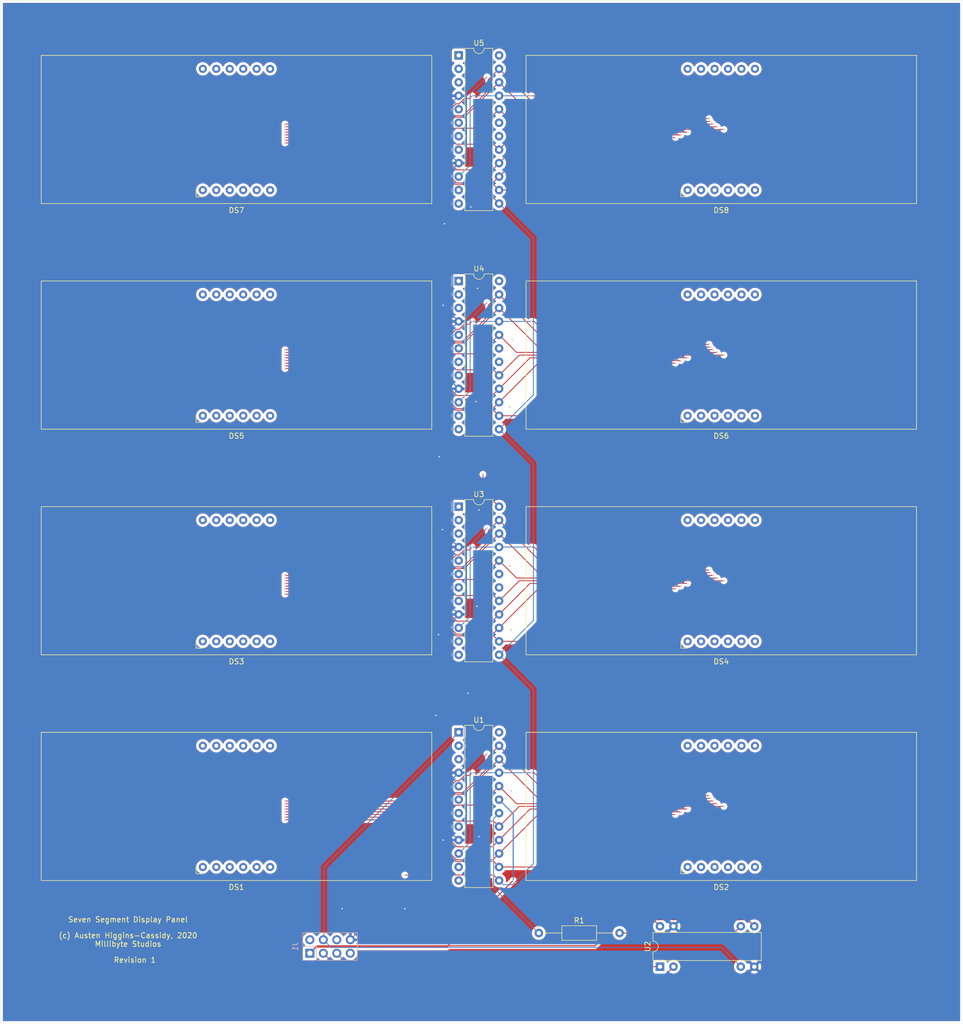
<source format=kicad_pcb>
(kicad_pcb (version 20171130) (host pcbnew "(5.1.8)-1")
  (layers (0 F.Cu signal) (1 In1.Cu signal) (2 In2.Cu power) (31 B.Cu signal) (34 B.Paste user) (35 F.Paste user) (36 B.SilkS user) (37 F.SilkS user) (38 B.Mask user) (39 F.Mask user) (44 Edge.Cuts user))
  (net 0 "")
  (net 1 /SSD_Panel/VCC)
  (net 2 "Net-(J1-Pad2)")
  (net 3 /SSD_Panel/CLK)
  (net 4 /SSD_Panel/DATA)
  (net 5 /SSD_Panel/CCSEL)
  (net 6 "Net-(J1-Pad6)")
  (net 7 /SSD_Panel/LOAD)
  (net 8 /SSD_Panel/GND)
  (net 9 /SSD_Panel/ISET)
  (net 10 "Net-(R1-Pad2)")
  (net 11 /SSD_Panel/DIG0)
  (net 12 /SSD_Panel/A1)
  (net 13 /SSD_Panel/F1)
  (net 14 /SSD_Panel/DIG1)
  (net 15 /SSD_Panel/DIG2)
  (net 16 /SSD_Panel/B1)
  (net 17 /SSD_Panel/DIG3)
  (net 18 /SSD_Panel/G1)
  (net 19 /SSD_Panel/C1)
  (net 20 /SSD_Panel/DP1)
  (net 21 /SSD_Panel/D1)
  (net 22 /SSD_Panel/E1)
  (net 23 /SSD_Panel/DIG4)
  (net 24 /SSD_Panel/DIG5)
  (net 25 /SSD_Panel/DIG6)
  (net 26 /SSD_Panel/DIG7)
  (net 27 /SSD_Panel/DIG8)
  (net 28 /SSD_Panel/A2)
  (net 29 /SSD_Panel/F2)
  (net 30 /SSD_Panel/DIG9)
  (net 31 /SSD_Panel/DIG10)
  (net 32 /SSD_Panel/B2)
  (net 33 /SSD_Panel/DIG11)
  (net 34 /SSD_Panel/G2)
  (net 35 /SSD_Panel/C2)
  (net 36 /SSD_Panel/DP2)
  (net 37 /SSD_Panel/D2)
  (net 38 /SSD_Panel/E2)
  (net 39 /SSD_Panel/DIG12)
  (net 40 /SSD_Panel/DIG13)
  (net 41 /SSD_Panel/DIG14)
  (net 42 /SSD_Panel/DIG15)
  (net 43 /SSD_Panel/DIG16)
  (net 44 /SSD_Panel/A3)
  (net 45 /SSD_Panel/F3)
  (net 46 /SSD_Panel/DIG17)
  (net 47 /SSD_Panel/DIG18)
  (net 48 /SSD_Panel/B3)
  (net 49 /SSD_Panel/DIG19)
  (net 50 /SSD_Panel/G3)
  (net 51 /SSD_Panel/C3)
  (net 52 /SSD_Panel/DP3)
  (net 53 /SSD_Panel/D3)
  (net 54 /SSD_Panel/E3)
  (net 55 /SSD_Panel/DIG20)
  (net 56 /SSD_Panel/DIG21)
  (net 57 /SSD_Panel/DIG22)
  (net 58 /SSD_Panel/DIG23)
  (net 59 /SSD_Panel/DIG24)
  (net 60 /SSD_Panel/A4)
  (net 61 /SSD_Panel/F4)
  (net 62 /SSD_Panel/DIG25)
  (net 63 /SSD_Panel/DIG26)
  (net 64 /SSD_Panel/B4)
  (net 65 /SSD_Panel/DIG27)
  (net 66 /SSD_Panel/G4)
  (net 67 /SSD_Panel/C4)
  (net 68 /SSD_Panel/DP4)
  (net 69 /SSD_Panel/D4)
  (net 70 /SSD_Panel/E4)
  (net 71 /SSD_Panel/DIG28)
  (net 72 /SSD_Panel/DIG29)
  (net 73 /SSD_Panel/DIG30)
  (net 74 /SSD_Panel/DIG31)
  (net 75 "Net-(U1-Pad24)")
  (net 76 "Net-(U3-Pad24)")
  (net 77 "Net-(U4-Pad24)")
  (net 78 "Net-(U5-Pad24)")
  (module Disarmed:D8041CD (layer F.Cu) (at 149.987 36.449)
    (fp_text reference DS8 (at 0 15.24) (layer F.SilkS))
    (fp_text value D8014CD)
    (pad 12 thru_hole circle (at -6.35 -11.43) (size 1.524 1.524) (drill 0.762) (layers *.Cu *.Mask) (net 71 /SSD_Panel/DIG28))
    (pad 11 thru_hole circle (at -3.81 -11.43) (size 1.524 1.524) (drill 0.762) (layers *.Cu *.Mask) (net 60 /SSD_Panel/A4))
    (pad 10 thru_hole circle (at -1.27 -11.43) (size 1.524 1.524) (drill 0.762) (layers *.Cu *.Mask) (net 61 /SSD_Panel/F4))
    (pad 9 thru_hole circle (at 1.27 -11.43) (size 1.524 1.524) (drill 0.762) (layers *.Cu *.Mask) (net 72 /SSD_Panel/DIG29))
    (pad 8 thru_hole circle (at 3.81 -11.43) (size 1.524 1.524) (drill 0.762) (layers *.Cu *.Mask) (net 73 /SSD_Panel/DIG30))
    (pad 7 thru_hole circle (at 6.35 -11.43) (size 1.524 1.524) (drill 0.762) (layers *.Cu *.Mask) (net 64 /SSD_Panel/B4))
    (pad 6 thru_hole circle (at 6.35 11.43) (size 1.524 1.524) (drill 0.762) (layers *.Cu *.Mask) (net 74 /SSD_Panel/DIG31))
    (pad 5 thru_hole circle (at 3.81 11.43) (size 1.524 1.524) (drill 0.762) (layers *.Cu *.Mask) (net 66 /SSD_Panel/G4))
    (pad 4 thru_hole circle (at 1.27 11.43) (size 1.524 1.524) (drill 0.762) (layers *.Cu *.Mask) (net 67 /SSD_Panel/C4))
    (pad 3 thru_hole circle (at -1.27 11.43) (size 1.524 1.524) (drill 0.762) (layers *.Cu *.Mask) (net 68 /SSD_Panel/DP4))
    (pad 2 thru_hole circle (at -3.81 11.43) (size 1.524 1.524) (drill 0.762) (layers *.Cu *.Mask) (net 69 /SSD_Panel/D4))
    (pad 1 thru_hole circle (at -6.35 11.43) (size 1.524 1.524) (drill 0.762) (layers *.Cu *.Mask) (net 70 /SSD_Panel/E4))
  )
  (module Disarmed:D8041CD (layer F.Cu) (at 58.547 164.084)
    (fp_text reference DS1 (at 0 15.24) (layer F.SilkS))
    (fp_text value D8014CD)
    (pad 12 thru_hole circle (at -6.35 -11.43) (size 1.524 1.524) (drill 0.762) (layers *.Cu *.Mask) (net 11 /SSD_Panel/DIG0))
    (pad 11 thru_hole circle (at -3.81 -11.43) (size 1.524 1.524) (drill 0.762) (layers *.Cu *.Mask) (net 12 /SSD_Panel/A1))
    (pad 10 thru_hole circle (at -1.27 -11.43) (size 1.524 1.524) (drill 0.762) (layers *.Cu *.Mask) (net 13 /SSD_Panel/F1))
    (pad 9 thru_hole circle (at 1.27 -11.43) (size 1.524 1.524) (drill 0.762) (layers *.Cu *.Mask) (net 14 /SSD_Panel/DIG1))
    (pad 8 thru_hole circle (at 3.81 -11.43) (size 1.524 1.524) (drill 0.762) (layers *.Cu *.Mask) (net 15 /SSD_Panel/DIG2))
    (pad 7 thru_hole circle (at 6.35 -11.43) (size 1.524 1.524) (drill 0.762) (layers *.Cu *.Mask) (net 16 /SSD_Panel/B1))
    (pad 6 thru_hole circle (at 6.35 11.43) (size 1.524 1.524) (drill 0.762) (layers *.Cu *.Mask) (net 17 /SSD_Panel/DIG3))
    (pad 5 thru_hole circle (at 3.81 11.43) (size 1.524 1.524) (drill 0.762) (layers *.Cu *.Mask) (net 18 /SSD_Panel/G1))
    (pad 4 thru_hole circle (at 1.27 11.43) (size 1.524 1.524) (drill 0.762) (layers *.Cu *.Mask) (net 19 /SSD_Panel/C1))
    (pad 3 thru_hole circle (at -1.27 11.43) (size 1.524 1.524) (drill 0.762) (layers *.Cu *.Mask) (net 20 /SSD_Panel/DP1))
    (pad 2 thru_hole circle (at -3.81 11.43) (size 1.524 1.524) (drill 0.762) (layers *.Cu *.Mask) (net 21 /SSD_Panel/D1))
    (pad 1 thru_hole circle (at -6.35 11.43) (size 1.524 1.524) (drill 0.762) (layers *.Cu *.Mask) (net 22 /SSD_Panel/E1))
  )
  (module Disarmed:D8041CD (layer F.Cu) (at 149.987 164.084)
    (fp_text reference DS2 (at 0 15.24) (layer F.SilkS))
    (fp_text value D8014CD)
    (pad 12 thru_hole circle (at -6.35 -11.43) (size 1.524 1.524) (drill 0.762) (layers *.Cu *.Mask) (net 23 /SSD_Panel/DIG4))
    (pad 11 thru_hole circle (at -3.81 -11.43) (size 1.524 1.524) (drill 0.762) (layers *.Cu *.Mask) (net 12 /SSD_Panel/A1))
    (pad 10 thru_hole circle (at -1.27 -11.43) (size 1.524 1.524) (drill 0.762) (layers *.Cu *.Mask) (net 13 /SSD_Panel/F1))
    (pad 9 thru_hole circle (at 1.27 -11.43) (size 1.524 1.524) (drill 0.762) (layers *.Cu *.Mask) (net 24 /SSD_Panel/DIG5))
    (pad 8 thru_hole circle (at 3.81 -11.43) (size 1.524 1.524) (drill 0.762) (layers *.Cu *.Mask) (net 25 /SSD_Panel/DIG6))
    (pad 7 thru_hole circle (at 6.35 -11.43) (size 1.524 1.524) (drill 0.762) (layers *.Cu *.Mask) (net 16 /SSD_Panel/B1))
    (pad 6 thru_hole circle (at 6.35 11.43) (size 1.524 1.524) (drill 0.762) (layers *.Cu *.Mask) (net 26 /SSD_Panel/DIG7))
    (pad 5 thru_hole circle (at 3.81 11.43) (size 1.524 1.524) (drill 0.762) (layers *.Cu *.Mask) (net 18 /SSD_Panel/G1))
    (pad 4 thru_hole circle (at 1.27 11.43) (size 1.524 1.524) (drill 0.762) (layers *.Cu *.Mask) (net 19 /SSD_Panel/C1))
    (pad 3 thru_hole circle (at -1.27 11.43) (size 1.524 1.524) (drill 0.762) (layers *.Cu *.Mask) (net 20 /SSD_Panel/DP1))
    (pad 2 thru_hole circle (at -3.81 11.43) (size 1.524 1.524) (drill 0.762) (layers *.Cu *.Mask) (net 21 /SSD_Panel/D1))
    (pad 1 thru_hole circle (at -6.35 11.43) (size 1.524 1.524) (drill 0.762) (layers *.Cu *.Mask) (net 22 /SSD_Panel/E1))
  )
  (module Disarmed:D8041CD (layer F.Cu) (at 58.547 121.539)
    (fp_text reference DS3 (at 0 15.24) (layer F.SilkS))
    (fp_text value D8014CD)
    (pad 12 thru_hole circle (at -6.35 -11.43) (size 1.524 1.524) (drill 0.762) (layers *.Cu *.Mask) (net 27 /SSD_Panel/DIG8))
    (pad 11 thru_hole circle (at -3.81 -11.43) (size 1.524 1.524) (drill 0.762) (layers *.Cu *.Mask) (net 28 /SSD_Panel/A2))
    (pad 10 thru_hole circle (at -1.27 -11.43) (size 1.524 1.524) (drill 0.762) (layers *.Cu *.Mask) (net 29 /SSD_Panel/F2))
    (pad 9 thru_hole circle (at 1.27 -11.43) (size 1.524 1.524) (drill 0.762) (layers *.Cu *.Mask) (net 30 /SSD_Panel/DIG9))
    (pad 8 thru_hole circle (at 3.81 -11.43) (size 1.524 1.524) (drill 0.762) (layers *.Cu *.Mask) (net 31 /SSD_Panel/DIG10))
    (pad 7 thru_hole circle (at 6.35 -11.43) (size 1.524 1.524) (drill 0.762) (layers *.Cu *.Mask) (net 32 /SSD_Panel/B2))
    (pad 6 thru_hole circle (at 6.35 11.43) (size 1.524 1.524) (drill 0.762) (layers *.Cu *.Mask) (net 33 /SSD_Panel/DIG11))
    (pad 5 thru_hole circle (at 3.81 11.43) (size 1.524 1.524) (drill 0.762) (layers *.Cu *.Mask) (net 34 /SSD_Panel/G2))
    (pad 4 thru_hole circle (at 1.27 11.43) (size 1.524 1.524) (drill 0.762) (layers *.Cu *.Mask) (net 35 /SSD_Panel/C2))
    (pad 3 thru_hole circle (at -1.27 11.43) (size 1.524 1.524) (drill 0.762) (layers *.Cu *.Mask) (net 36 /SSD_Panel/DP2))
    (pad 2 thru_hole circle (at -3.81 11.43) (size 1.524 1.524) (drill 0.762) (layers *.Cu *.Mask) (net 37 /SSD_Panel/D2))
    (pad 1 thru_hole circle (at -6.35 11.43) (size 1.524 1.524) (drill 0.762) (layers *.Cu *.Mask) (net 38 /SSD_Panel/E2))
  )
  (module Package_DIP:DIP-24_W7.62mm (layer F.Cu) (at 100.457 150.114)
    (fp_text reference U1 (at 3.81 -2.33) (layer F.SilkS))
    (fp_text value MAX7219)
    (pad 24 thru_hole oval (at 7.62 0) (size 1.6 1.6) (drill 0.8) (layers *.Cu *.Mask) (net 75 "Net-(U1-Pad24)"))
    (pad 12 thru_hole oval (at 0 27.94) (size 1.6 1.6) (drill 0.8) (layers *.Cu *.Mask) (net 7 /SSD_Panel/LOAD))
    (pad 23 thru_hole oval (at 7.62 2.54) (size 1.6 1.6) (drill 0.8) (layers *.Cu *.Mask) (net 21 /SSD_Panel/D1))
    (pad 11 thru_hole oval (at 0 25.4) (size 1.6 1.6) (drill 0.8) (layers *.Cu *.Mask) (net 14 /SSD_Panel/DIG1))
    (pad 22 thru_hole oval (at 7.62 5.08) (size 1.6 1.6) (drill 0.8) (layers *.Cu *.Mask) (net 20 /SSD_Panel/DP1))
    (pad 10 thru_hole oval (at 0 22.86) (size 1.6 1.6) (drill 0.8) (layers *.Cu *.Mask) (net 24 /SSD_Panel/DIG5))
    (pad 21 thru_hole oval (at 7.62 7.62) (size 1.6 1.6) (drill 0.8) (layers *.Cu *.Mask) (net 22 /SSD_Panel/E1))
    (pad 9 thru_hole oval (at 0 20.32) (size 1.6 1.6) (drill 0.8) (layers *.Cu *.Mask) (net 8 /SSD_Panel/GND))
    (pad 20 thru_hole oval (at 7.62 10.16) (size 1.6 1.6) (drill 0.8) (layers *.Cu *.Mask) (net 19 /SSD_Panel/C1))
    (pad 8 thru_hole oval (at 0 17.78) (size 1.6 1.6) (drill 0.8) (layers *.Cu *.Mask) (net 26 /SSD_Panel/DIG7))
    (pad 19 thru_hole oval (at 7.62 12.7) (size 1.6 1.6) (drill 0.8) (layers *.Cu *.Mask) (net 1 /SSD_Panel/VCC))
    (pad 7 thru_hole oval (at 0 15.24) (size 1.6 1.6) (drill 0.8) (layers *.Cu *.Mask) (net 17 /SSD_Panel/DIG3))
    (pad 18 thru_hole oval (at 7.62 15.24) (size 1.6 1.6) (drill 0.8) (layers *.Cu *.Mask) (net 9 /SSD_Panel/ISET))
    (pad 6 thru_hole oval (at 0 12.7) (size 1.6 1.6) (drill 0.8) (layers *.Cu *.Mask) (net 15 /SSD_Panel/DIG2))
    (pad 17 thru_hole oval (at 7.62 17.78) (size 1.6 1.6) (drill 0.8) (layers *.Cu *.Mask) (net 18 /SSD_Panel/G1))
    (pad 5 thru_hole oval (at 0 10.16) (size 1.6 1.6) (drill 0.8) (layers *.Cu *.Mask) (net 25 /SSD_Panel/DIG6))
    (pad 16 thru_hole oval (at 7.62 20.32) (size 1.6 1.6) (drill 0.8) (layers *.Cu *.Mask) (net 16 /SSD_Panel/B1))
    (pad 4 thru_hole oval (at 0 7.62) (size 1.6 1.6) (drill 0.8) (layers *.Cu *.Mask) (net 8 /SSD_Panel/GND))
    (pad 15 thru_hole oval (at 7.62 22.86) (size 1.6 1.6) (drill 0.8) (layers *.Cu *.Mask) (net 13 /SSD_Panel/F1))
    (pad 3 thru_hole oval (at 0 5.08) (size 1.6 1.6) (drill 0.8) (layers *.Cu *.Mask) (net 23 /SSD_Panel/DIG4))
    (pad 14 thru_hole oval (at 7.62 25.4) (size 1.6 1.6) (drill 0.8) (layers *.Cu *.Mask) (net 12 /SSD_Panel/A1))
    (pad 2 thru_hole oval (at 0 2.54) (size 1.6 1.6) (drill 0.8) (layers *.Cu *.Mask) (net 11 /SSD_Panel/DIG0))
    (pad 13 thru_hole oval (at 7.62 27.94) (size 1.6 1.6) (drill 0.8) (layers *.Cu *.Mask) (net 3 /SSD_Panel/CLK))
    (pad 1 thru_hole rect (at 0 0) (size 1.6 1.6) (drill 0.8) (layers *.Cu *.Mask) (net 4 /SSD_Panel/DATA))
  )
  (module Disarmed:D8041CD (layer F.Cu) (at 58.547 36.449)
    (fp_text reference DS7 (at 0 15.24) (layer F.SilkS))
    (fp_text value D8014CD)
    (pad 12 thru_hole circle (at -6.35 -11.43) (size 1.524 1.524) (drill 0.762) (layers *.Cu *.Mask) (net 59 /SSD_Panel/DIG24))
    (pad 11 thru_hole circle (at -3.81 -11.43) (size 1.524 1.524) (drill 0.762) (layers *.Cu *.Mask) (net 60 /SSD_Panel/A4))
    (pad 10 thru_hole circle (at -1.27 -11.43) (size 1.524 1.524) (drill 0.762) (layers *.Cu *.Mask) (net 61 /SSD_Panel/F4))
    (pad 9 thru_hole circle (at 1.27 -11.43) (size 1.524 1.524) (drill 0.762) (layers *.Cu *.Mask) (net 62 /SSD_Panel/DIG25))
    (pad 8 thru_hole circle (at 3.81 -11.43) (size 1.524 1.524) (drill 0.762) (layers *.Cu *.Mask) (net 63 /SSD_Panel/DIG26))
    (pad 7 thru_hole circle (at 6.35 -11.43) (size 1.524 1.524) (drill 0.762) (layers *.Cu *.Mask) (net 64 /SSD_Panel/B4))
    (pad 6 thru_hole circle (at 6.35 11.43) (size 1.524 1.524) (drill 0.762) (layers *.Cu *.Mask) (net 65 /SSD_Panel/DIG27))
    (pad 5 thru_hole circle (at 3.81 11.43) (size 1.524 1.524) (drill 0.762) (layers *.Cu *.Mask) (net 66 /SSD_Panel/G4))
    (pad 4 thru_hole circle (at 1.27 11.43) (size 1.524 1.524) (drill 0.762) (layers *.Cu *.Mask) (net 67 /SSD_Panel/C4))
    (pad 3 thru_hole circle (at -1.27 11.43) (size 1.524 1.524) (drill 0.762) (layers *.Cu *.Mask) (net 68 /SSD_Panel/DP4))
    (pad 2 thru_hole circle (at -3.81 11.43) (size 1.524 1.524) (drill 0.762) (layers *.Cu *.Mask) (net 69 /SSD_Panel/D4))
    (pad 1 thru_hole circle (at -6.35 11.43) (size 1.524 1.524) (drill 0.762) (layers *.Cu *.Mask) (net 70 /SSD_Panel/E4))
  )
  (module Package_DIP:DIP-24_W7.62mm (layer F.Cu) (at 100.457 22.479)
    (fp_text reference U5 (at 3.81 -2.33) (layer F.SilkS))
    (fp_text value MAX7219)
    (pad 24 thru_hole oval (at 7.62 0) (size 1.6 1.6) (drill 0.8) (layers *.Cu *.Mask) (net 78 "Net-(U5-Pad24)"))
    (pad 12 thru_hole oval (at 0 27.94) (size 1.6 1.6) (drill 0.8) (layers *.Cu *.Mask) (net 7 /SSD_Panel/LOAD))
    (pad 23 thru_hole oval (at 7.62 2.54) (size 1.6 1.6) (drill 0.8) (layers *.Cu *.Mask) (net 69 /SSD_Panel/D4))
    (pad 11 thru_hole oval (at 0 25.4) (size 1.6 1.6) (drill 0.8) (layers *.Cu *.Mask) (net 62 /SSD_Panel/DIG25))
    (pad 22 thru_hole oval (at 7.62 5.08) (size 1.6 1.6) (drill 0.8) (layers *.Cu *.Mask) (net 68 /SSD_Panel/DP4))
    (pad 10 thru_hole oval (at 0 22.86) (size 1.6 1.6) (drill 0.8) (layers *.Cu *.Mask) (net 72 /SSD_Panel/DIG29))
    (pad 21 thru_hole oval (at 7.62 7.62) (size 1.6 1.6) (drill 0.8) (layers *.Cu *.Mask) (net 70 /SSD_Panel/E4))
    (pad 9 thru_hole oval (at 0 20.32) (size 1.6 1.6) (drill 0.8) (layers *.Cu *.Mask) (net 8 /SSD_Panel/GND))
    (pad 20 thru_hole oval (at 7.62 10.16) (size 1.6 1.6) (drill 0.8) (layers *.Cu *.Mask) (net 67 /SSD_Panel/C4))
    (pad 8 thru_hole oval (at 0 17.78) (size 1.6 1.6) (drill 0.8) (layers *.Cu *.Mask) (net 74 /SSD_Panel/DIG31))
    (pad 19 thru_hole oval (at 7.62 12.7) (size 1.6 1.6) (drill 0.8) (layers *.Cu *.Mask) (net 1 /SSD_Panel/VCC))
    (pad 7 thru_hole oval (at 0 15.24) (size 1.6 1.6) (drill 0.8) (layers *.Cu *.Mask) (net 65 /SSD_Panel/DIG27))
    (pad 18 thru_hole oval (at 7.62 15.24) (size 1.6 1.6) (drill 0.8) (layers *.Cu *.Mask) (net 9 /SSD_Panel/ISET))
    (pad 6 thru_hole oval (at 0 12.7) (size 1.6 1.6) (drill 0.8) (layers *.Cu *.Mask) (net 63 /SSD_Panel/DIG26))
    (pad 17 thru_hole oval (at 7.62 17.78) (size 1.6 1.6) (drill 0.8) (layers *.Cu *.Mask) (net 66 /SSD_Panel/G4))
    (pad 5 thru_hole oval (at 0 10.16) (size 1.6 1.6) (drill 0.8) (layers *.Cu *.Mask) (net 73 /SSD_Panel/DIG30))
    (pad 16 thru_hole oval (at 7.62 20.32) (size 1.6 1.6) (drill 0.8) (layers *.Cu *.Mask) (net 64 /SSD_Panel/B4))
    (pad 4 thru_hole oval (at 0 7.62) (size 1.6 1.6) (drill 0.8) (layers *.Cu *.Mask) (net 8 /SSD_Panel/GND))
    (pad 15 thru_hole oval (at 7.62 22.86) (size 1.6 1.6) (drill 0.8) (layers *.Cu *.Mask) (net 61 /SSD_Panel/F4))
    (pad 3 thru_hole oval (at 0 5.08) (size 1.6 1.6) (drill 0.8) (layers *.Cu *.Mask) (net 71 /SSD_Panel/DIG28))
    (pad 14 thru_hole oval (at 7.62 25.4) (size 1.6 1.6) (drill 0.8) (layers *.Cu *.Mask) (net 60 /SSD_Panel/A4))
    (pad 2 thru_hole oval (at 0 2.54) (size 1.6 1.6) (drill 0.8) (layers *.Cu *.Mask) (net 59 /SSD_Panel/DIG24))
    (pad 13 thru_hole oval (at 7.62 27.94) (size 1.6 1.6) (drill 0.8) (layers *.Cu *.Mask) (net 3 /SSD_Panel/CLK))
    (pad 1 thru_hole rect (at 0 0) (size 1.6 1.6) (drill 0.8) (layers *.Cu *.Mask) (net 77 "Net-(U4-Pad24)"))
  )
  (module Disarmed:D8041CD (layer F.Cu) (at 58.547 78.994)
    (fp_text reference DS5 (at 0 15.24) (layer F.SilkS))
    (fp_text value D8014CD)
    (pad 12 thru_hole circle (at -6.35 -11.43) (size 1.524 1.524) (drill 0.762) (layers *.Cu *.Mask) (net 43 /SSD_Panel/DIG16))
    (pad 11 thru_hole circle (at -3.81 -11.43) (size 1.524 1.524) (drill 0.762) (layers *.Cu *.Mask) (net 44 /SSD_Panel/A3))
    (pad 10 thru_hole circle (at -1.27 -11.43) (size 1.524 1.524) (drill 0.762) (layers *.Cu *.Mask) (net 45 /SSD_Panel/F3))
    (pad 9 thru_hole circle (at 1.27 -11.43) (size 1.524 1.524) (drill 0.762) (layers *.Cu *.Mask) (net 46 /SSD_Panel/DIG17))
    (pad 8 thru_hole circle (at 3.81 -11.43) (size 1.524 1.524) (drill 0.762) (layers *.Cu *.Mask) (net 47 /SSD_Panel/DIG18))
    (pad 7 thru_hole circle (at 6.35 -11.43) (size 1.524 1.524) (drill 0.762) (layers *.Cu *.Mask) (net 48 /SSD_Panel/B3))
    (pad 6 thru_hole circle (at 6.35 11.43) (size 1.524 1.524) (drill 0.762) (layers *.Cu *.Mask) (net 49 /SSD_Panel/DIG19))
    (pad 5 thru_hole circle (at 3.81 11.43) (size 1.524 1.524) (drill 0.762) (layers *.Cu *.Mask) (net 50 /SSD_Panel/G3))
    (pad 4 thru_hole circle (at 1.27 11.43) (size 1.524 1.524) (drill 0.762) (layers *.Cu *.Mask) (net 51 /SSD_Panel/C3))
    (pad 3 thru_hole circle (at -1.27 11.43) (size 1.524 1.524) (drill 0.762) (layers *.Cu *.Mask) (net 52 /SSD_Panel/DP3))
    (pad 2 thru_hole circle (at -3.81 11.43) (size 1.524 1.524) (drill 0.762) (layers *.Cu *.Mask) (net 53 /SSD_Panel/D3))
    (pad 1 thru_hole circle (at -6.35 11.43) (size 1.524 1.524) (drill 0.762) (layers *.Cu *.Mask) (net 54 /SSD_Panel/E3))
  )
  (module Package_DIP:DIP-24_W7.62mm (layer F.Cu) (at 100.457 65.024)
    (fp_text reference U4 (at 3.81 -2.33) (layer F.SilkS))
    (fp_text value MAX7219)
    (pad 24 thru_hole oval (at 7.62 0) (size 1.6 1.6) (drill 0.8) (layers *.Cu *.Mask) (net 77 "Net-(U4-Pad24)"))
    (pad 12 thru_hole oval (at 0 27.94) (size 1.6 1.6) (drill 0.8) (layers *.Cu *.Mask) (net 7 /SSD_Panel/LOAD))
    (pad 23 thru_hole oval (at 7.62 2.54) (size 1.6 1.6) (drill 0.8) (layers *.Cu *.Mask) (net 53 /SSD_Panel/D3))
    (pad 11 thru_hole oval (at 0 25.4) (size 1.6 1.6) (drill 0.8) (layers *.Cu *.Mask) (net 46 /SSD_Panel/DIG17))
    (pad 22 thru_hole oval (at 7.62 5.08) (size 1.6 1.6) (drill 0.8) (layers *.Cu *.Mask) (net 52 /SSD_Panel/DP3))
    (pad 10 thru_hole oval (at 0 22.86) (size 1.6 1.6) (drill 0.8) (layers *.Cu *.Mask) (net 56 /SSD_Panel/DIG21))
    (pad 21 thru_hole oval (at 7.62 7.62) (size 1.6 1.6) (drill 0.8) (layers *.Cu *.Mask) (net 54 /SSD_Panel/E3))
    (pad 9 thru_hole oval (at 0 20.32) (size 1.6 1.6) (drill 0.8) (layers *.Cu *.Mask) (net 8 /SSD_Panel/GND))
    (pad 20 thru_hole oval (at 7.62 10.16) (size 1.6 1.6) (drill 0.8) (layers *.Cu *.Mask) (net 51 /SSD_Panel/C3))
    (pad 8 thru_hole oval (at 0 17.78) (size 1.6 1.6) (drill 0.8) (layers *.Cu *.Mask) (net 58 /SSD_Panel/DIG23))
    (pad 19 thru_hole oval (at 7.62 12.7) (size 1.6 1.6) (drill 0.8) (layers *.Cu *.Mask) (net 1 /SSD_Panel/VCC))
    (pad 7 thru_hole oval (at 0 15.24) (size 1.6 1.6) (drill 0.8) (layers *.Cu *.Mask) (net 49 /SSD_Panel/DIG19))
    (pad 18 thru_hole oval (at 7.62 15.24) (size 1.6 1.6) (drill 0.8) (layers *.Cu *.Mask) (net 9 /SSD_Panel/ISET))
    (pad 6 thru_hole oval (at 0 12.7) (size 1.6 1.6) (drill 0.8) (layers *.Cu *.Mask) (net 47 /SSD_Panel/DIG18))
    (pad 17 thru_hole oval (at 7.62 17.78) (size 1.6 1.6) (drill 0.8) (layers *.Cu *.Mask) (net 50 /SSD_Panel/G3))
    (pad 5 thru_hole oval (at 0 10.16) (size 1.6 1.6) (drill 0.8) (layers *.Cu *.Mask) (net 57 /SSD_Panel/DIG22))
    (pad 16 thru_hole oval (at 7.62 20.32) (size 1.6 1.6) (drill 0.8) (layers *.Cu *.Mask) (net 48 /SSD_Panel/B3))
    (pad 4 thru_hole oval (at 0 7.62) (size 1.6 1.6) (drill 0.8) (layers *.Cu *.Mask) (net 8 /SSD_Panel/GND))
    (pad 15 thru_hole oval (at 7.62 22.86) (size 1.6 1.6) (drill 0.8) (layers *.Cu *.Mask) (net 45 /SSD_Panel/F3))
    (pad 3 thru_hole oval (at 0 5.08) (size 1.6 1.6) (drill 0.8) (layers *.Cu *.Mask) (net 55 /SSD_Panel/DIG20))
    (pad 14 thru_hole oval (at 7.62 25.4) (size 1.6 1.6) (drill 0.8) (layers *.Cu *.Mask) (net 44 /SSD_Panel/A3))
    (pad 2 thru_hole oval (at 0 2.54) (size 1.6 1.6) (drill 0.8) (layers *.Cu *.Mask) (net 43 /SSD_Panel/DIG16))
    (pad 13 thru_hole oval (at 7.62 27.94) (size 1.6 1.6) (drill 0.8) (layers *.Cu *.Mask) (net 3 /SSD_Panel/CLK))
    (pad 1 thru_hole rect (at 0 0) (size 1.6 1.6) (drill 0.8) (layers *.Cu *.Mask) (net 76 "Net-(U3-Pad24)"))
  )
  (module Disarmed:D8041CD (layer F.Cu) (at 149.987 78.994)
    (fp_text reference DS6 (at 0 15.24) (layer F.SilkS))
    (fp_text value D8014CD)
    (pad 12 thru_hole circle (at -6.35 -11.43) (size 1.524 1.524) (drill 0.762) (layers *.Cu *.Mask) (net 55 /SSD_Panel/DIG20))
    (pad 11 thru_hole circle (at -3.81 -11.43) (size 1.524 1.524) (drill 0.762) (layers *.Cu *.Mask) (net 44 /SSD_Panel/A3))
    (pad 10 thru_hole circle (at -1.27 -11.43) (size 1.524 1.524) (drill 0.762) (layers *.Cu *.Mask) (net 45 /SSD_Panel/F3))
    (pad 9 thru_hole circle (at 1.27 -11.43) (size 1.524 1.524) (drill 0.762) (layers *.Cu *.Mask) (net 56 /SSD_Panel/DIG21))
    (pad 8 thru_hole circle (at 3.81 -11.43) (size 1.524 1.524) (drill 0.762) (layers *.Cu *.Mask) (net 57 /SSD_Panel/DIG22))
    (pad 7 thru_hole circle (at 6.35 -11.43) (size 1.524 1.524) (drill 0.762) (layers *.Cu *.Mask) (net 48 /SSD_Panel/B3))
    (pad 6 thru_hole circle (at 6.35 11.43) (size 1.524 1.524) (drill 0.762) (layers *.Cu *.Mask) (net 58 /SSD_Panel/DIG23))
    (pad 5 thru_hole circle (at 3.81 11.43) (size 1.524 1.524) (drill 0.762) (layers *.Cu *.Mask) (net 50 /SSD_Panel/G3))
    (pad 4 thru_hole circle (at 1.27 11.43) (size 1.524 1.524) (drill 0.762) (layers *.Cu *.Mask) (net 51 /SSD_Panel/C3))
    (pad 3 thru_hole circle (at -1.27 11.43) (size 1.524 1.524) (drill 0.762) (layers *.Cu *.Mask) (net 52 /SSD_Panel/DP3))
    (pad 2 thru_hole circle (at -3.81 11.43) (size 1.524 1.524) (drill 0.762) (layers *.Cu *.Mask) (net 53 /SSD_Panel/D3))
    (pad 1 thru_hole circle (at -6.35 11.43) (size 1.524 1.524) (drill 0.762) (layers *.Cu *.Mask) (net 54 /SSD_Panel/E3))
  )
  (module Package_DIP:DIP-24_W7.62mm (layer F.Cu) (at 100.457 107.569)
    (fp_text reference U3 (at 3.81 -2.33) (layer F.SilkS))
    (fp_text value MAX7219)
    (pad 24 thru_hole oval (at 7.62 0) (size 1.6 1.6) (drill 0.8) (layers *.Cu *.Mask) (net 76 "Net-(U3-Pad24)"))
    (pad 12 thru_hole oval (at 0 27.94) (size 1.6 1.6) (drill 0.8) (layers *.Cu *.Mask) (net 7 /SSD_Panel/LOAD))
    (pad 23 thru_hole oval (at 7.62 2.54) (size 1.6 1.6) (drill 0.8) (layers *.Cu *.Mask) (net 37 /SSD_Panel/D2))
    (pad 11 thru_hole oval (at 0 25.4) (size 1.6 1.6) (drill 0.8) (layers *.Cu *.Mask) (net 30 /SSD_Panel/DIG9))
    (pad 22 thru_hole oval (at 7.62 5.08) (size 1.6 1.6) (drill 0.8) (layers *.Cu *.Mask) (net 36 /SSD_Panel/DP2))
    (pad 10 thru_hole oval (at 0 22.86) (size 1.6 1.6) (drill 0.8) (layers *.Cu *.Mask) (net 40 /SSD_Panel/DIG13))
    (pad 21 thru_hole oval (at 7.62 7.62) (size 1.6 1.6) (drill 0.8) (layers *.Cu *.Mask) (net 38 /SSD_Panel/E2))
    (pad 9 thru_hole oval (at 0 20.32) (size 1.6 1.6) (drill 0.8) (layers *.Cu *.Mask) (net 8 /SSD_Panel/GND))
    (pad 20 thru_hole oval (at 7.62 10.16) (size 1.6 1.6) (drill 0.8) (layers *.Cu *.Mask) (net 35 /SSD_Panel/C2))
    (pad 8 thru_hole oval (at 0 17.78) (size 1.6 1.6) (drill 0.8) (layers *.Cu *.Mask) (net 42 /SSD_Panel/DIG15))
    (pad 19 thru_hole oval (at 7.62 12.7) (size 1.6 1.6) (drill 0.8) (layers *.Cu *.Mask) (net 1 /SSD_Panel/VCC))
    (pad 7 thru_hole oval (at 0 15.24) (size 1.6 1.6) (drill 0.8) (layers *.Cu *.Mask) (net 33 /SSD_Panel/DIG11))
    (pad 18 thru_hole oval (at 7.62 15.24) (size 1.6 1.6) (drill 0.8) (layers *.Cu *.Mask) (net 9 /SSD_Panel/ISET))
    (pad 6 thru_hole oval (at 0 12.7) (size 1.6 1.6) (drill 0.8) (layers *.Cu *.Mask) (net 31 /SSD_Panel/DIG10))
    (pad 17 thru_hole oval (at 7.62 17.78) (size 1.6 1.6) (drill 0.8) (layers *.Cu *.Mask) (net 34 /SSD_Panel/G2))
    (pad 5 thru_hole oval (at 0 10.16) (size 1.6 1.6) (drill 0.8) (layers *.Cu *.Mask) (net 41 /SSD_Panel/DIG14))
    (pad 16 thru_hole oval (at 7.62 20.32) (size 1.6 1.6) (drill 0.8) (layers *.Cu *.Mask) (net 32 /SSD_Panel/B2))
    (pad 4 thru_hole oval (at 0 7.62) (size 1.6 1.6) (drill 0.8) (layers *.Cu *.Mask) (net 8 /SSD_Panel/GND))
    (pad 15 thru_hole oval (at 7.62 22.86) (size 1.6 1.6) (drill 0.8) (layers *.Cu *.Mask) (net 29 /SSD_Panel/F2))
    (pad 3 thru_hole oval (at 0 5.08) (size 1.6 1.6) (drill 0.8) (layers *.Cu *.Mask) (net 39 /SSD_Panel/DIG12))
    (pad 14 thru_hole oval (at 7.62 25.4) (size 1.6 1.6) (drill 0.8) (layers *.Cu *.Mask) (net 28 /SSD_Panel/A2))
    (pad 2 thru_hole oval (at 0 2.54) (size 1.6 1.6) (drill 0.8) (layers *.Cu *.Mask) (net 27 /SSD_Panel/DIG8))
    (pad 13 thru_hole oval (at 7.62 27.94) (size 1.6 1.6) (drill 0.8) (layers *.Cu *.Mask) (net 3 /SSD_Panel/CLK))
    (pad 1 thru_hole rect (at 0 0) (size 1.6 1.6) (drill 0.8) (layers *.Cu *.Mask) (net 75 "Net-(U1-Pad24)"))
  )
  (module Disarmed:D8041CD (layer F.Cu) (at 149.987 121.539)
    (fp_text reference DS4 (at 0 15.24) (layer F.SilkS))
    (fp_text value D8014CD)
    (pad 12 thru_hole circle (at -6.35 -11.43) (size 1.524 1.524) (drill 0.762) (layers *.Cu *.Mask) (net 39 /SSD_Panel/DIG12))
    (pad 11 thru_hole circle (at -3.81 -11.43) (size 1.524 1.524) (drill 0.762) (layers *.Cu *.Mask) (net 28 /SSD_Panel/A2))
    (pad 10 thru_hole circle (at -1.27 -11.43) (size 1.524 1.524) (drill 0.762) (layers *.Cu *.Mask) (net 29 /SSD_Panel/F2))
    (pad 9 thru_hole circle (at 1.27 -11.43) (size 1.524 1.524) (drill 0.762) (layers *.Cu *.Mask) (net 40 /SSD_Panel/DIG13))
    (pad 8 thru_hole circle (at 3.81 -11.43) (size 1.524 1.524) (drill 0.762) (layers *.Cu *.Mask) (net 41 /SSD_Panel/DIG14))
    (pad 7 thru_hole circle (at 6.35 -11.43) (size 1.524 1.524) (drill 0.762) (layers *.Cu *.Mask) (net 32 /SSD_Panel/B2))
    (pad 6 thru_hole circle (at 6.35 11.43) (size 1.524 1.524) (drill 0.762) (layers *.Cu *.Mask) (net 42 /SSD_Panel/DIG15))
    (pad 5 thru_hole circle (at 3.81 11.43) (size 1.524 1.524) (drill 0.762) (layers *.Cu *.Mask) (net 34 /SSD_Panel/G2))
    (pad 4 thru_hole circle (at 1.27 11.43) (size 1.524 1.524) (drill 0.762) (layers *.Cu *.Mask) (net 35 /SSD_Panel/C2))
    (pad 3 thru_hole circle (at -1.27 11.43) (size 1.524 1.524) (drill 0.762) (layers *.Cu *.Mask) (net 36 /SSD_Panel/DP2))
    (pad 2 thru_hole circle (at -3.81 11.43) (size 1.524 1.524) (drill 0.762) (layers *.Cu *.Mask) (net 37 /SSD_Panel/D2))
    (pad 1 thru_hole circle (at -6.35 11.43) (size 1.524 1.524) (drill 0.762) (layers *.Cu *.Mask) (net 38 /SSD_Panel/E2))
  )
  (module Connector_PinSocket_2.54mm:PinSocket_2x04_P2.54mm_Vertical (layer B.Cu) (at 72.39 191.77 270)
    (fp_text reference J1 (at -1.27 2.77 270) (layer B.SilkS) (effects (justify mirror)))
    (fp_text value Conn_02x04_Counter_Clockwise)
    (pad 8 thru_hole oval (at -2.54 -7.62 270) (size 1.7 1.7) (drill 1) (layers *.Cu *.Mask) (net 8 /SSD_Panel/GND))
    (pad 7 thru_hole oval (at 0 -7.62 270) (size 1.7 1.7) (drill 1) (layers *.Cu *.Mask) (net 7 /SSD_Panel/LOAD))
    (pad 6 thru_hole oval (at -2.54 -5.08 270) (size 1.7 1.7) (drill 1) (layers *.Cu *.Mask) (net 6 "Net-(J1-Pad6)"))
    (pad 5 thru_hole oval (at 0 -5.08 270) (size 1.7 1.7) (drill 1) (layers *.Cu *.Mask) (net 5 /SSD_Panel/CCSEL))
    (pad 4 thru_hole oval (at -2.54 -2.54 270) (size 1.7 1.7) (drill 1) (layers *.Cu *.Mask) (net 4 /SSD_Panel/DATA))
    (pad 3 thru_hole oval (at 0 -2.54 270) (size 1.7 1.7) (drill 1) (layers *.Cu *.Mask) (net 3 /SSD_Panel/CLK))
    (pad 2 thru_hole oval (at -2.54 0 270) (size 1.7 1.7) (drill 1) (layers *.Cu *.Mask) (net 2 "Net-(J1-Pad2)"))
    (pad 1 thru_hole rect (at 0 0 270) (size 1.7 1.7) (drill 1) (layers *.Cu *.Mask) (net 1 /SSD_Panel/VCC))
  )
  (module Resistor_THT:R_Axial_DIN0207_L6.3mm_D2.5mm_P15.24mm_Horizontal (layer F.Cu) (at 115.57 187.96)
    (fp_text reference R1 (at 7.62 -2.37) (layer F.SilkS))
    (fp_text value 2k)
    (pad 2 thru_hole oval (at 15.24 0) (size 1.6 1.6) (drill 0.8) (layers *.Cu *.Mask) (net 10 "Net-(R1-Pad2)"))
    (pad 1 thru_hole circle (at 0 0) (size 1.6 1.6) (drill 0.8) (layers *.Cu *.Mask) (net 9 /SSD_Panel/ISET))
  )
  (module Package_DIP:DIP-8-16_W7.62mm (layer F.Cu) (at 138.43 194.31 90)
    (fp_text reference U2 (at 3.81 -2.33 90) (layer F.SilkS))
    (fp_text value MCP41010)
    (pad 8 thru_hole circle (at 7.62 0 90) (size 1.6 1.6) (drill 0.8) (layers *.Cu *.Mask) (net 1 /SSD_Panel/VCC))
    (pad 4 thru_hole circle (at 0 17.78 90) (size 1.6 1.6) (drill 0.8) (layers *.Cu *.Mask) (net 8 /SSD_Panel/GND))
    (pad 7 thru_hole circle (at 7.62 2.54 90) (size 1.6 1.6) (drill 0.8) (layers *.Cu *.Mask) (net 8 /SSD_Panel/GND))
    (pad 3 thru_hole circle (at 0 15.24 90) (size 1.6 1.6) (drill 0.8) (layers *.Cu *.Mask) (net 4 /SSD_Panel/DATA))
    (pad 6 thru_hole circle (at 7.62 15.24 90) (size 1.6 1.6) (drill 0.8) (layers *.Cu *.Mask) (net 10 "Net-(R1-Pad2)"))
    (pad 2 thru_hole circle (at 0 2.54 90) (size 1.6 1.6) (drill 0.8) (layers *.Cu *.Mask) (net 3 /SSD_Panel/CLK))
    (pad 5 thru_hole circle (at 7.62 17.78 90) (size 1.6 1.6) (drill 0.8) (layers *.Cu *.Mask) (net 1 /SSD_Panel/VCC))
    (pad 1 thru_hole rect (at 0 0 90) (size 1.6 1.6) (drill 0.8) (layers *.Cu *.Mask) (net 5 /SSD_Panel/CCSEL))
  )
  (gr_line (start 195.58 205.105) (end 13.97 205.105) (layer Edge.Cuts) (width 0.05))
  (gr_line (start 195.58 12.065) (end 195.58 205.105) (layer Edge.Cuts) (width 0.05))
  (gr_line (start 13.97 12.065) (end 195.58 12.065) (layer Edge.Cuts) (width 0.05))
  (gr_line (start 13.97 205.105) (end 13.97 12.065) (layer Edge.Cuts) (width 0.05))
  (gr_text "Revision 1" (at 39.37 193.04) (layer F.SilkS) (effects (font (size 1 1))))
  (gr_text "(c) Austen Higgins-Cassidy, 2020\nMillibyte Studios" (at 38.1 189.23) (layer F.SilkS) (effects (font (size 1 1))))
  (gr_text "Seven Segment Display Panel" (at 38.1 185.42) (layer F.SilkS) (effects (font (size 1 1))))
  (via (at 67.691 120.523) (size 0.3) (drill 0.254) (layers F.Cu B.Cu) (net 38))
  (via (at 114.173 115.189) (size 0.3) (drill 0.254) (layers F.Cu B.Cu) (net 38))
  (via (at 147.701 119.507) (size 0.3) (drill 0.254) (layers F.Cu B.Cu) (net 38))
  (via (at 102.997 115.189) (size 0.3) (drill 0.254) (layers F.Cu B.Cu) (net 38))
  (segment (start 101.537001 115.707401) (end 100.547803 116.696599) (width 0.16) (layer F.Cu) (net 38))
  (segment (start 96.139 120.523) (end 67.691 120.523) (width 0.16) (layer F.Cu) (net 38))
  (segment (start 108.077 115.189) (end 114.173 115.189) (width 0.16) (layer B.Cu) (net 38))
  (segment (start 114.681 115.189) (end 118.999 119.507) (width 0.16) (layer F.Cu) (net 38))
  (segment (start 101.537001 115.707401) (end 102.478599 115.707401) (width 0.16) (layer F.Cu) (net 38))
  (segment (start 114.173 115.189) (end 114.681 115.189) (width 0.16) (layer F.Cu) (net 38))
  (segment (start 147.701 119.507) (end 137.795 119.507) (width 0.16) (layer F.Cu) (net 38))
  (segment (start 100.547803 116.696599) (end 99.965401 116.696599) (width 0.16) (layer F.Cu) (net 38))
  (segment (start 108.077 115.189) (end 102.997 115.189) (width 0.16) (layer B.Cu) (net 38))
  (segment (start 102.478599 115.707401) (end 102.997 115.189) (width 0.16) (layer F.Cu) (net 38))
  (segment (start 137.795 119.507) (end 138.049 119.507) (width 0.16) (layer F.Cu) (net 38))
  (segment (start 99.965401 116.696599) (end 96.139 120.523) (width 0.16) (layer F.Cu) (net 38))
  (segment (start 118.999 119.507) (end 137.795 119.507) (width 0.16) (layer F.Cu) (net 38))
  (via (at 67.691 121.031) (size 0.3) (drill 0.254) (layers F.Cu B.Cu) (net 37))
  (via (at 147.955 120.015) (size 0.3) (drill 0.254) (layers F.Cu B.Cu) (net 37))
  (segment (start 99.261811 118.924189) (end 97.155 121.031) (width 0.16) (layer F.Cu) (net 37))
  (segment (start 106.045 114.173) (end 101.27741 118.94059) (width 0.16) (layer F.Cu) (net 37))
  (segment (start 106.045 112.141) (end 106.045 114.173) (width 0.16) (layer F.Cu) (net 37))
  (segment (start 101.261009 118.924189) (end 99.261811 118.924189) (width 0.16) (layer F.Cu) (net 37))
  (segment (start 147.955 120.015) (end 137.541 120.015) (width 0.16) (layer F.Cu) (net 37))
  (segment (start 101.27741 118.94059) (end 101.261009 118.924189) (width 0.16) (layer F.Cu) (net 37))
  (segment (start 108.077 110.109) (end 117.983 120.015) (width 0.16) (layer F.Cu) (net 37))
  (segment (start 117.983 120.015) (end 138.049 120.015) (width 0.16) (layer F.Cu) (net 37))
  (segment (start 108.077 110.109) (end 106.045 112.141) (width 0.16) (layer F.Cu) (net 37))
  (segment (start 97.155 121.031) (end 67.691 121.031) (width 0.16) (layer F.Cu) (net 37))
  (segment (start 137.541 120.015) (end 137.033 120.015) (width 0.16) (layer F.Cu) (net 37))
  (via (at 67.691 121.539) (size 0.3) (drill 0.254) (layers F.Cu B.Cu) (net 36))
  (segment (start 100.968954 119.253) (end 100.952553 119.236599) (width 0.16) (layer F.Cu) (net 36))
  (segment (start 97.409 121.539) (end 67.691 121.539) (width 0.16) (layer F.Cu) (net 36))
  (segment (start 148.463 120.523) (end 137.033 120.523) (width 0.16) (layer F.Cu) (net 36))
  (segment (start 137.033 120.523) (end 138.049 120.523) (width 0.16) (layer F.Cu) (net 36))
  (segment (start 108.077 112.649) (end 101.727 118.999) (width 0.16) (layer F.Cu) (net 36))
  (segment (start 115.951 120.523) (end 137.033 120.523) (width 0.16) (layer F.Cu) (net 36))
  (segment (start 101.727 118.999) (end 101.473 119.253) (width 0.16) (layer F.Cu) (net 36))
  (segment (start 108.077 112.649) (end 115.951 120.523) (width 0.16) (layer F.Cu) (net 36))
  (segment (start 99.711401 119.236599) (end 97.409 121.539) (width 0.16) (layer F.Cu) (net 36))
  (segment (start 100.952553 119.236599) (end 99.711401 119.236599) (width 0.16) (layer F.Cu) (net 36))
  (segment (start 101.473 119.253) (end 100.968954 119.253) (width 0.16) (layer F.Cu) (net 36))
  (via (at 148.463 120.523) (size 0.3) (drill 0.254) (layers F.Cu B.Cu) (net 36))
  (segment (start 104.504599 121.301401) (end 99.170599 121.301401) (width 0.16) (layer F.Cu) (net 35))
  (segment (start 108.077 117.729) (end 104.504599 121.301401) (width 0.16) (layer F.Cu) (net 35))
  (segment (start 98.425 122.047) (end 67.691 122.047) (width 0.16) (layer F.Cu) (net 35))
  (segment (start 99.170599 121.301401) (end 98.425 122.047) (width 0.16) (layer F.Cu) (net 35))
  (segment (start 111.379 121.031) (end 137.795 121.031) (width 0.16) (layer F.Cu) (net 35))
  (segment (start 137.795 121.031) (end 138.049 121.031) (width 0.16) (layer F.Cu) (net 35))
  (segment (start 108.077 117.729) (end 111.379 121.031) (width 0.16) (layer F.Cu) (net 35))
  (segment (start 149.225 121.031) (end 137.795 121.031) (width 0.16) (layer F.Cu) (net 35))
  (via (at 149.225 121.031) (size 0.3) (drill 0.254) (layers F.Cu B.Cu) (net 35))
  (via (at 67.691 122.047) (size 0.3) (drill 0.254) (layers F.Cu B.Cu) (net 35))
  (segment (start 107.044599 124.316599) (end 99.961447 124.316599) (width 0.16) (layer F.Cu) (net 34))
  (segment (start 136.017 121.539) (end 138.049 121.539) (width 0.16) (layer F.Cu) (net 34))
  (segment (start 99.961447 124.316599) (end 98.199848 122.555) (width 0.16) (layer F.Cu) (net 34))
  (segment (start 108.077 125.349) (end 107.044599 124.316599) (width 0.16) (layer F.Cu) (net 34))
  (segment (start 108.077 125.349) (end 111.887 121.539) (width 0.16) (layer F.Cu) (net 34))
  (segment (start 111.887 121.539) (end 136.017 121.539) (width 0.16) (layer F.Cu) (net 34))
  (segment (start 98.199848 122.555) (end 67.691 122.555) (width 0.16) (layer F.Cu) (net 34))
  (segment (start 150.495 121.539) (end 136.017 121.539) (width 0.16) (layer F.Cu) (net 34))
  (via (at 67.691 122.555) (size 0.3) (drill 0.254) (layers F.Cu B.Cu) (net 34))
  (via (at 150.495 121.539) (size 0.3) (drill 0.254) (layers F.Cu B.Cu) (net 34))
  (segment (start 143.637 122.047) (end 113.919 122.047) (width 0.16) (layer F.Cu) (net 32))
  (segment (start 106.807 129.159) (end 108.077 127.889) (width 0.16) (layer F.Cu) (net 32))
  (segment (start 94.032598 123.063) (end 100.128598 129.159) (width 0.16) (layer F.Cu) (net 32))
  (segment (start 67.691 123.063) (end 94.032598 123.063) (width 0.16) (layer F.Cu) (net 32))
  (segment (start 113.919 122.047) (end 108.077 127.889) (width 0.16) (layer F.Cu) (net 32))
  (segment (start 100.128598 129.159) (end 106.807 129.159) (width 0.16) (layer F.Cu) (net 32))
  (via (at 143.637 122.047) (size 0.3) (drill 0.254) (layers F.Cu B.Cu) (net 32))
  (via (at 67.691 123.063) (size 0.3) (drill 0.254) (layers F.Cu B.Cu) (net 32))
  (segment (start 115.951 122.555) (end 138.049 122.555) (width 0.16) (layer F.Cu) (net 29))
  (segment (start 108.077 130.429) (end 115.951 122.555) (width 0.16) (layer F.Cu) (net 29))
  (segment (start 92.008814 123.571) (end 100.062003 131.624189) (width 0.16) (layer F.Cu) (net 29))
  (segment (start 67.691 123.571) (end 92.008814 123.571) (width 0.16) (layer F.Cu) (net 29))
  (segment (start 106.881811 131.624189) (end 108.077 130.429) (width 0.16) (layer F.Cu) (net 29))
  (segment (start 100.062003 131.624189) (end 106.881811 131.624189) (width 0.16) (layer F.Cu) (net 29))
  (segment (start 138.065398 122.571398) (end 138.049 122.555) (width 0.16) (layer F.Cu) (net 29))
  (segment (start 142.383398 122.571398) (end 138.065398 122.571398) (width 0.16) (layer F.Cu) (net 29))
  (via (at 142.383398 122.571398) (size 0.3) (drill 0.254) (layers F.Cu B.Cu) (net 29))
  (via (at 67.691 123.571) (size 0.3) (drill 0.254) (layers F.Cu B.Cu) (net 29))
  (segment (start 67.691 124.079) (end 92.075 124.079) (width 0.16) (layer F.Cu) (net 28))
  (segment (start 107.044599 131.936599) (end 108.077 132.969) (width 0.16) (layer F.Cu) (net 28))
  (segment (start 92.075 124.079) (end 99.932599 131.936599) (width 0.16) (layer F.Cu) (net 28))
  (segment (start 108.077 132.969) (end 118.491 132.969) (width 0.16) (layer F.Cu) (net 28))
  (segment (start 99.932599 131.936599) (end 107.044599 131.936599) (width 0.16) (layer F.Cu) (net 28))
  (segment (start 118.491 132.969) (end 128.397 123.063) (width 0.16) (layer F.Cu) (net 28))
  (segment (start 137.795 123.063) (end 138.049 123.063) (width 0.16) (layer F.Cu) (net 28))
  (segment (start 128.397 123.063) (end 137.795 123.063) (width 0.16) (layer F.Cu) (net 28))
  (segment (start 141.351 123.063) (end 137.795 123.063) (width 0.16) (layer F.Cu) (net 28))
  (via (at 67.691 124.079) (size 0.3) (drill 0.254) (layers F.Cu B.Cu) (net 28))
  (via (at 141.351 123.063) (size 0.3) (drill 0.254) (layers F.Cu B.Cu) (net 28))
  (segment (start 100.457 130.429) (end 102.614599 128.271401) (width 0.16) (layer B.Cu) (net 40))
  (segment (start 102.614599 128.271401) (end 102.614599 114.809401) (width 0.16) (layer B.Cu) (net 40))
  (segment (start 102.614599 114.809401) (end 105.791 111.633) (width 0.16) (layer B.Cu) (net 40))
  (via (at 105.791 111.633) (size 0.3) (drill 0.254) (layers F.Cu B.Cu) (net 40))
  (via (at 67.691 77.978) (size 0.3) (drill 0.254) (layers F.Cu B.Cu) (net 54))
  (via (at 114.173 72.644) (size 0.3) (drill 0.254) (layers F.Cu B.Cu) (net 54))
  (via (at 147.701 76.962) (size 0.3) (drill 0.254) (layers F.Cu B.Cu) (net 54))
  (via (at 102.997 72.644) (size 0.3) (drill 0.254) (layers F.Cu B.Cu) (net 54))
  (segment (start 101.537001 73.162401) (end 100.547803 74.151599) (width 0.16) (layer F.Cu) (net 54))
  (segment (start 96.139 77.978) (end 67.691 77.978) (width 0.16) (layer F.Cu) (net 54))
  (segment (start 108.077 72.644) (end 114.173 72.644) (width 0.16) (layer B.Cu) (net 54))
  (segment (start 114.681 72.644) (end 118.999 76.962) (width 0.16) (layer F.Cu) (net 54))
  (segment (start 101.537001 73.162401) (end 102.478599 73.162401) (width 0.16) (layer F.Cu) (net 54))
  (segment (start 114.173 72.644) (end 114.681 72.644) (width 0.16) (layer F.Cu) (net 54))
  (segment (start 147.701 76.962) (end 137.795 76.962) (width 0.16) (layer F.Cu) (net 54))
  (segment (start 100.547803 74.151599) (end 99.965401 74.151599) (width 0.16) (layer F.Cu) (net 54))
  (segment (start 108.077 72.644) (end 102.997 72.644) (width 0.16) (layer B.Cu) (net 54))
  (segment (start 102.478599 73.162401) (end 102.997 72.644) (width 0.16) (layer F.Cu) (net 54))
  (segment (start 137.795 76.962) (end 138.049 76.962) (width 0.16) (layer F.Cu) (net 54))
  (segment (start 99.965401 74.151599) (end 96.139 77.978) (width 0.16) (layer F.Cu) (net 54))
  (segment (start 118.999 76.962) (end 137.795 76.962) (width 0.16) (layer F.Cu) (net 54))
  (via (at 67.691 78.486) (size 0.3) (drill 0.254) (layers F.Cu B.Cu) (net 53))
  (via (at 147.955 77.47) (size 0.3) (drill 0.254) (layers F.Cu B.Cu) (net 53))
  (segment (start 99.261811 76.379189) (end 97.155 78.486) (width 0.16) (layer F.Cu) (net 53))
  (segment (start 106.045 71.628) (end 101.27741 76.39559) (width 0.16) (layer F.Cu) (net 53))
  (segment (start 106.045 69.596) (end 106.045 71.628) (width 0.16) (layer F.Cu) (net 53))
  (segment (start 101.261009 76.379189) (end 99.261811 76.379189) (width 0.16) (layer F.Cu) (net 53))
  (segment (start 147.955 77.47) (end 137.541 77.47) (width 0.16) (layer F.Cu) (net 53))
  (segment (start 101.27741 76.39559) (end 101.261009 76.379189) (width 0.16) (layer F.Cu) (net 53))
  (segment (start 108.077 67.564) (end 117.983 77.47) (width 0.16) (layer F.Cu) (net 53))
  (segment (start 117.983 77.47) (end 138.049 77.47) (width 0.16) (layer F.Cu) (net 53))
  (segment (start 108.077 67.564) (end 106.045 69.596) (width 0.16) (layer F.Cu) (net 53))
  (segment (start 97.155 78.486) (end 67.691 78.486) (width 0.16) (layer F.Cu) (net 53))
  (segment (start 137.541 77.47) (end 137.033 77.47) (width 0.16) (layer F.Cu) (net 53))
  (via (at 67.691 78.994) (size 0.3) (drill 0.254) (layers F.Cu B.Cu) (net 52))
  (segment (start 100.968954 76.708) (end 100.952553 76.691599) (width 0.16) (layer F.Cu) (net 52))
  (segment (start 97.409 78.994) (end 67.691 78.994) (width 0.16) (layer F.Cu) (net 52))
  (segment (start 148.463 77.978) (end 137.033 77.978) (width 0.16) (layer F.Cu) (net 52))
  (segment (start 137.033 77.978) (end 138.049 77.978) (width 0.16) (layer F.Cu) (net 52))
  (segment (start 108.077 70.104) (end 101.727 76.454) (width 0.16) (layer F.Cu) (net 52))
  (segment (start 115.951 77.978) (end 137.033 77.978) (width 0.16) (layer F.Cu) (net 52))
  (segment (start 101.727 76.454) (end 101.473 76.708) (width 0.16) (layer F.Cu) (net 52))
  (segment (start 108.077 70.104) (end 115.951 77.978) (width 0.16) (layer F.Cu) (net 52))
  (segment (start 99.711401 76.691599) (end 97.409 78.994) (width 0.16) (layer F.Cu) (net 52))
  (segment (start 100.952553 76.691599) (end 99.711401 76.691599) (width 0.16) (layer F.Cu) (net 52))
  (segment (start 101.473 76.708) (end 100.968954 76.708) (width 0.16) (layer F.Cu) (net 52))
  (via (at 148.463 77.978) (size 0.3) (drill 0.254) (layers F.Cu B.Cu) (net 52))
  (segment (start 104.504599 78.756401) (end 99.170599 78.756401) (width 0.16) (layer F.Cu) (net 51))
  (segment (start 108.077 75.184) (end 104.504599 78.756401) (width 0.16) (layer F.Cu) (net 51))
  (segment (start 98.425 79.502) (end 67.691 79.502) (width 0.16) (layer F.Cu) (net 51))
  (segment (start 99.170599 78.756401) (end 98.425 79.502) (width 0.16) (layer F.Cu) (net 51))
  (segment (start 111.379 78.486) (end 137.795 78.486) (width 0.16) (layer F.Cu) (net 51))
  (segment (start 137.795 78.486) (end 138.049 78.486) (width 0.16) (layer F.Cu) (net 51))
  (segment (start 108.077 75.184) (end 111.379 78.486) (width 0.16) (layer F.Cu) (net 51))
  (segment (start 149.225 78.486) (end 137.795 78.486) (width 0.16) (layer F.Cu) (net 51))
  (via (at 149.225 78.486) (size 0.3) (drill 0.254) (layers F.Cu B.Cu) (net 51))
  (via (at 67.691 79.502) (size 0.3) (drill 0.254) (layers F.Cu B.Cu) (net 51))
  (segment (start 107.044599 81.771599) (end 99.961447 81.771599) (width 0.16) (layer F.Cu) (net 50))
  (segment (start 136.017 78.994) (end 138.049 78.994) (width 0.16) (layer F.Cu) (net 50))
  (segment (start 99.961447 81.771599) (end 98.199848 80.01) (width 0.16) (layer F.Cu) (net 50))
  (segment (start 108.077 82.804) (end 107.044599 81.771599) (width 0.16) (layer F.Cu) (net 50))
  (segment (start 108.077 82.804) (end 111.887 78.994) (width 0.16) (layer F.Cu) (net 50))
  (segment (start 111.887 78.994) (end 136.017 78.994) (width 0.16) (layer F.Cu) (net 50))
  (segment (start 98.199848 80.01) (end 67.691 80.01) (width 0.16) (layer F.Cu) (net 50))
  (segment (start 150.495 78.994) (end 136.017 78.994) (width 0.16) (layer F.Cu) (net 50))
  (via (at 67.691 80.01) (size 0.3) (drill 0.254) (layers F.Cu B.Cu) (net 50))
  (via (at 150.495 78.994) (size 0.3) (drill 0.254) (layers F.Cu B.Cu) (net 50))
  (segment (start 143.637 79.502) (end 113.919 79.502) (width 0.16) (layer F.Cu) (net 48))
  (segment (start 106.807 86.614) (end 108.077 85.344) (width 0.16) (layer F.Cu) (net 48))
  (segment (start 94.032598 80.518) (end 100.128598 86.614) (width 0.16) (layer F.Cu) (net 48))
  (segment (start 67.691 80.518) (end 94.032598 80.518) (width 0.16) (layer F.Cu) (net 48))
  (segment (start 113.919 79.502) (end 108.077 85.344) (width 0.16) (layer F.Cu) (net 48))
  (segment (start 100.128598 86.614) (end 106.807 86.614) (width 0.16) (layer F.Cu) (net 48))
  (via (at 143.637 79.502) (size 0.3) (drill 0.254) (layers F.Cu B.Cu) (net 48))
  (via (at 67.691 80.518) (size 0.3) (drill 0.254) (layers F.Cu B.Cu) (net 48))
  (segment (start 115.951 80.01) (end 138.049 80.01) (width 0.16) (layer F.Cu) (net 45))
  (segment (start 108.077 87.884) (end 115.951 80.01) (width 0.16) (layer F.Cu) (net 45))
  (segment (start 92.008814 81.026) (end 100.062003 89.079189) (width 0.16) (layer F.Cu) (net 45))
  (segment (start 67.691 81.026) (end 92.008814 81.026) (width 0.16) (layer F.Cu) (net 45))
  (segment (start 106.881811 89.079189) (end 108.077 87.884) (width 0.16) (layer F.Cu) (net 45))
  (segment (start 100.062003 89.079189) (end 106.881811 89.079189) (width 0.16) (layer F.Cu) (net 45))
  (segment (start 138.065398 80.026398) (end 138.049 80.01) (width 0.16) (layer F.Cu) (net 45))
  (segment (start 142.383398 80.026398) (end 138.065398 80.026398) (width 0.16) (layer F.Cu) (net 45))
  (via (at 142.383398 80.026398) (size 0.3) (drill 0.254) (layers F.Cu B.Cu) (net 45))
  (via (at 67.691 81.026) (size 0.3) (drill 0.254) (layers F.Cu B.Cu) (net 45))
  (segment (start 67.691 81.534) (end 92.075 81.534) (width 0.16) (layer F.Cu) (net 44))
  (segment (start 107.044599 89.391599) (end 108.077 90.424) (width 0.16) (layer F.Cu) (net 44))
  (segment (start 92.075 81.534) (end 99.932599 89.391599) (width 0.16) (layer F.Cu) (net 44))
  (segment (start 108.077 90.424) (end 118.491 90.424) (width 0.16) (layer F.Cu) (net 44))
  (segment (start 99.932599 89.391599) (end 107.044599 89.391599) (width 0.16) (layer F.Cu) (net 44))
  (segment (start 118.491 90.424) (end 128.397 80.518) (width 0.16) (layer F.Cu) (net 44))
  (segment (start 137.795 80.518) (end 138.049 80.518) (width 0.16) (layer F.Cu) (net 44))
  (segment (start 128.397 80.518) (end 137.795 80.518) (width 0.16) (layer F.Cu) (net 44))
  (segment (start 141.351 80.518) (end 137.795 80.518) (width 0.16) (layer F.Cu) (net 44))
  (via (at 67.691 81.534) (size 0.3) (drill 0.254) (layers F.Cu B.Cu) (net 44))
  (via (at 141.351 80.518) (size 0.3) (drill 0.254) (layers F.Cu B.Cu) (net 44))
  (segment (start 100.457 87.884) (end 102.614599 85.726401) (width 0.16) (layer B.Cu) (net 56))
  (segment (start 102.614599 85.726401) (end 102.614599 72.264401) (width 0.16) (layer B.Cu) (net 56))
  (segment (start 102.614599 72.264401) (end 105.791 69.088) (width 0.16) (layer B.Cu) (net 56))
  (via (at 105.791 69.088) (size 0.3) (drill 0.254) (layers F.Cu B.Cu) (net 56))
  (via (at 67.691 35.433) (size 0.3) (drill 0.254) (layers F.Cu B.Cu) (net 70))
  (via (at 114.173 30.099) (size 0.3) (drill 0.254) (layers F.Cu B.Cu) (net 70))
  (via (at 147.701 34.417) (size 0.3) (drill 0.254) (layers F.Cu B.Cu) (net 70))
  (via (at 102.997 30.099) (size 0.3) (drill 0.254) (layers F.Cu B.Cu) (net 70))
  (segment (start 101.537001 30.617401) (end 100.547803 31.606599) (width 0.16) (layer F.Cu) (net 70))
  (segment (start 96.139 35.433) (end 67.691 35.433) (width 0.16) (layer F.Cu) (net 70))
  (segment (start 108.077 30.099) (end 114.173 30.099) (width 0.16) (layer B.Cu) (net 70))
  (segment (start 114.681 30.099) (end 118.999 34.417) (width 0.16) (layer F.Cu) (net 70))
  (segment (start 101.537001 30.617401) (end 102.478599 30.617401) (width 0.16) (layer F.Cu) (net 70))
  (segment (start 114.173 30.099) (end 114.681 30.099) (width 0.16) (layer F.Cu) (net 70))
  (segment (start 147.701 34.417) (end 137.795 34.417) (width 0.16) (layer F.Cu) (net 70))
  (segment (start 100.547803 31.606599) (end 99.965401 31.606599) (width 0.16) (layer F.Cu) (net 70))
  (segment (start 108.077 30.099) (end 102.997 30.099) (width 0.16) (layer B.Cu) (net 70))
  (segment (start 102.478599 30.617401) (end 102.997 30.099) (width 0.16) (layer F.Cu) (net 70))
  (segment (start 137.795 34.417) (end 138.049 34.417) (width 0.16) (layer F.Cu) (net 70))
  (segment (start 99.965401 31.606599) (end 96.139 35.433) (width 0.16) (layer F.Cu) (net 70))
  (segment (start 118.999 34.417) (end 137.795 34.417) (width 0.16) (layer F.Cu) (net 70))
  (via (at 67.691 35.941) (size 0.3) (drill 0.254) (layers F.Cu B.Cu) (net 69))
  (via (at 147.955 34.925) (size 0.3) (drill 0.254) (layers F.Cu B.Cu) (net 69))
  (segment (start 99.261811 33.834189) (end 97.155 35.941) (width 0.16) (layer F.Cu) (net 69))
  (segment (start 106.045 29.083) (end 101.27741 33.85059) (width 0.16) (layer F.Cu) (net 69))
  (segment (start 106.045 27.051) (end 106.045 29.083) (width 0.16) (layer F.Cu) (net 69))
  (segment (start 101.261009 33.834189) (end 99.261811 33.834189) (width 0.16) (layer F.Cu) (net 69))
  (segment (start 147.955 34.925) (end 137.541 34.925) (width 0.16) (layer F.Cu) (net 69))
  (segment (start 101.27741 33.85059) (end 101.261009 33.834189) (width 0.16) (layer F.Cu) (net 69))
  (segment (start 108.077 25.019) (end 117.983 34.925) (width 0.16) (layer F.Cu) (net 69))
  (segment (start 117.983 34.925) (end 138.049 34.925) (width 0.16) (layer F.Cu) (net 69))
  (segment (start 108.077 25.019) (end 106.045 27.051) (width 0.16) (layer F.Cu) (net 69))
  (segment (start 97.155 35.941) (end 67.691 35.941) (width 0.16) (layer F.Cu) (net 69))
  (segment (start 137.541 34.925) (end 137.033 34.925) (width 0.16) (layer F.Cu) (net 69))
  (via (at 67.691 36.449) (size 0.3) (drill 0.254) (layers F.Cu B.Cu) (net 68))
  (segment (start 100.968954 34.163) (end 100.952553 34.146599) (width 0.16) (layer F.Cu) (net 68))
  (segment (start 97.409 36.449) (end 67.691 36.449) (width 0.16) (layer F.Cu) (net 68))
  (segment (start 148.463 35.433) (end 137.033 35.433) (width 0.16) (layer F.Cu) (net 68))
  (segment (start 137.033 35.433) (end 138.049 35.433) (width 0.16) (layer F.Cu) (net 68))
  (segment (start 108.077 27.559) (end 101.727 33.909) (width 0.16) (layer F.Cu) (net 68))
  (segment (start 115.951 35.433) (end 137.033 35.433) (width 0.16) (layer F.Cu) (net 68))
  (segment (start 101.727 33.909) (end 101.473 34.163) (width 0.16) (layer F.Cu) (net 68))
  (segment (start 108.077 27.559) (end 115.951 35.433) (width 0.16) (layer F.Cu) (net 68))
  (segment (start 99.711401 34.146599) (end 97.409 36.449) (width 0.16) (layer F.Cu) (net 68))
  (segment (start 100.952553 34.146599) (end 99.711401 34.146599) (width 0.16) (layer F.Cu) (net 68))
  (segment (start 101.473 34.163) (end 100.968954 34.163) (width 0.16) (layer F.Cu) (net 68))
  (via (at 148.463 35.433) (size 0.3) (drill 0.254) (layers F.Cu B.Cu) (net 68))
  (segment (start 104.504599 36.211401) (end 99.170599 36.211401) (width 0.16) (layer F.Cu) (net 67))
  (segment (start 108.077 32.639) (end 104.504599 36.211401) (width 0.16) (layer F.Cu) (net 67))
  (segment (start 98.425 36.957) (end 67.691 36.957) (width 0.16) (layer F.Cu) (net 67))
  (segment (start 99.170599 36.211401) (end 98.425 36.957) (width 0.16) (layer F.Cu) (net 67))
  (segment (start 111.379 35.941) (end 137.795 35.941) (width 0.16) (layer F.Cu) (net 67))
  (segment (start 137.795 35.941) (end 138.049 35.941) (width 0.16) (layer F.Cu) (net 67))
  (segment (start 108.077 32.639) (end 111.379 35.941) (width 0.16) (layer F.Cu) (net 67))
  (segment (start 149.225 35.941) (end 137.795 35.941) (width 0.16) (layer F.Cu) (net 67))
  (via (at 149.225 35.941) (size 0.3) (drill 0.254) (layers F.Cu B.Cu) (net 67))
  (via (at 67.691 36.957) (size 0.3) (drill 0.254) (layers F.Cu B.Cu) (net 67))
  (segment (start 107.044599 39.226599) (end 99.961447 39.226599) (width 0.16) (layer F.Cu) (net 66))
  (segment (start 136.017 36.449) (end 138.049 36.449) (width 0.16) (layer F.Cu) (net 66))
  (segment (start 99.961447 39.226599) (end 98.199848 37.465) (width 0.16) (layer F.Cu) (net 66))
  (segment (start 108.077 40.259) (end 107.044599 39.226599) (width 0.16) (layer F.Cu) (net 66))
  (segment (start 108.077 40.259) (end 111.887 36.449) (width 0.16) (layer F.Cu) (net 66))
  (segment (start 111.887 36.449) (end 136.017 36.449) (width 0.16) (layer F.Cu) (net 66))
  (segment (start 98.199848 37.465) (end 67.691 37.465) (width 0.16) (layer F.Cu) (net 66))
  (segment (start 150.495 36.449) (end 136.017 36.449) (width 0.16) (layer F.Cu) (net 66))
  (via (at 67.691 37.465) (size 0.3) (drill 0.254) (layers F.Cu B.Cu) (net 66))
  (via (at 150.495 36.449) (size 0.3) (drill 0.254) (layers F.Cu B.Cu) (net 66))
  (segment (start 143.637 36.957) (end 113.919 36.957) (width 0.16) (layer F.Cu) (net 64))
  (segment (start 106.807 44.069) (end 108.077 42.799) (width 0.16) (layer F.Cu) (net 64))
  (segment (start 94.032598 37.973) (end 100.128598 44.069) (width 0.16) (layer F.Cu) (net 64))
  (segment (start 67.691 37.973) (end 94.032598 37.973) (width 0.16) (layer F.Cu) (net 64))
  (segment (start 113.919 36.957) (end 108.077 42.799) (width 0.16) (layer F.Cu) (net 64))
  (segment (start 100.128598 44.069) (end 106.807 44.069) (width 0.16) (layer F.Cu) (net 64))
  (via (at 143.637 36.957) (size 0.3) (drill 0.254) (layers F.Cu B.Cu) (net 64))
  (via (at 67.691 37.973) (size 0.3) (drill 0.254) (layers F.Cu B.Cu) (net 64))
  (segment (start 115.951 37.465) (end 138.049 37.465) (width 0.16) (layer F.Cu) (net 61))
  (segment (start 108.077 45.339) (end 115.951 37.465) (width 0.16) (layer F.Cu) (net 61))
  (segment (start 92.008814 38.481) (end 100.062003 46.534189) (width 0.16) (layer F.Cu) (net 61))
  (segment (start 67.691 38.481) (end 92.008814 38.481) (width 0.16) (layer F.Cu) (net 61))
  (segment (start 106.881811 46.534189) (end 108.077 45.339) (width 0.16) (layer F.Cu) (net 61))
  (segment (start 100.062003 46.534189) (end 106.881811 46.534189) (width 0.16) (layer F.Cu) (net 61))
  (segment (start 138.065398 37.481398) (end 138.049 37.465) (width 0.16) (layer F.Cu) (net 61))
  (segment (start 142.383398 37.481398) (end 138.065398 37.481398) (width 0.16) (layer F.Cu) (net 61))
  (via (at 142.383398 37.481398) (size 0.3) (drill 0.254) (layers F.Cu B.Cu) (net 61))
  (via (at 67.691 38.481) (size 0.3) (drill 0.254) (layers F.Cu B.Cu) (net 61))
  (segment (start 67.691 38.989) (end 92.075 38.989) (width 0.16) (layer F.Cu) (net 60))
  (segment (start 107.044599 46.846599) (end 108.077 47.879) (width 0.16) (layer F.Cu) (net 60))
  (segment (start 92.075 38.989) (end 99.932599 46.846599) (width 0.16) (layer F.Cu) (net 60))
  (segment (start 108.077 47.879) (end 118.491 47.879) (width 0.16) (layer F.Cu) (net 60))
  (segment (start 99.932599 46.846599) (end 107.044599 46.846599) (width 0.16) (layer F.Cu) (net 60))
  (segment (start 118.491 47.879) (end 128.397 37.973) (width 0.16) (layer F.Cu) (net 60))
  (segment (start 137.795 37.973) (end 138.049 37.973) (width 0.16) (layer F.Cu) (net 60))
  (segment (start 128.397 37.973) (end 137.795 37.973) (width 0.16) (layer F.Cu) (net 60))
  (segment (start 141.351 37.973) (end 137.795 37.973) (width 0.16) (layer F.Cu) (net 60))
  (via (at 67.691 38.989) (size 0.3) (drill 0.254) (layers F.Cu B.Cu) (net 60))
  (via (at 141.351 37.973) (size 0.3) (drill 0.254) (layers F.Cu B.Cu) (net 60))
  (segment (start 100.457 45.339) (end 102.614599 43.181401) (width 0.16) (layer B.Cu) (net 72))
  (segment (start 102.614599 43.181401) (end 102.614599 29.719401) (width 0.16) (layer B.Cu) (net 72))
  (segment (start 102.614599 29.719401) (end 105.791 26.543) (width 0.16) (layer B.Cu) (net 72))
  (via (at 105.791 26.543) (size 0.3) (drill 0.254) (layers F.Cu B.Cu) (net 72))
  (segment (start 108.077 50.419) (end 107.044599 49.386599) (width 0.16) (layer F.Cu) (net 3))
  (via (at 67.691 163.576) (size 0.3) (drill 0.254) (layers F.Cu B.Cu) (net 21))
  (via (at 147.955 162.56) (size 0.3) (drill 0.254) (layers F.Cu B.Cu) (net 21))
  (via (at 67.691 163.068) (size 0.3) (drill 0.254) (layers F.Cu B.Cu) (net 22))
  (via (at 114.173 157.734) (size 0.3) (drill 0.254) (layers F.Cu B.Cu) (net 22))
  (via (at 147.701 162.052) (size 0.3) (drill 0.254) (layers F.Cu B.Cu) (net 22))
  (via (at 102.997 157.734) (size 0.3) (drill 0.254) (layers F.Cu B.Cu) (net 22))
  (via (at 67.691 164.592) (size 0.3) (drill 0.254) (layers F.Cu B.Cu) (net 19))
  (via (at 142.383398 165.116398) (size 0.3) (drill 0.254) (layers F.Cu B.Cu) (net 13))
  (via (at 67.691 164.084) (size 0.3) (drill 0.254) (layers F.Cu B.Cu) (net 20))
  (via (at 148.463 163.068) (size 0.3) (drill 0.254) (layers F.Cu B.Cu) (net 20))
  (via (at 149.225 163.576) (size 0.3) (drill 0.254) (layers F.Cu B.Cu) (net 19))
  (via (at 150.495 164.084) (size 0.3) (drill 0.254) (layers F.Cu B.Cu) (net 18))
  (via (at 67.691 166.116) (size 0.3) (drill 0.254) (layers F.Cu B.Cu) (net 13))
  (via (at 143.637 164.592) (size 0.3) (drill 0.254) (layers F.Cu B.Cu) (net 16))
  (via (at 141.351 165.608) (size 0.3) (drill 0.254) (layers F.Cu B.Cu) (net 12))
  (via (at 67.691 165.1) (size 0.3) (drill 0.254) (layers F.Cu B.Cu) (net 18))
  (via (at 67.691 165.608) (size 0.3) (drill 0.254) (layers F.Cu B.Cu) (net 16))
  (via (at 67.691 166.624) (size 0.3) (drill 0.254) (layers F.Cu B.Cu) (net 12))
  (via (at 105.791 154.178) (size 0.3) (drill 0.254) (layers F.Cu B.Cu) (net 24))
  (segment (start 99.965401 159.241599) (end 96.139 163.068) (width 0.16) (layer F.Cu) (net 22))
  (segment (start 101.727 161.544) (end 101.473 161.798) (width 0.16) (layer F.Cu) (net 20))
  (segment (start 99.170599 163.846401) (end 98.425 164.592) (width 0.16) (layer F.Cu) (net 19))
  (segment (start 102.478599 158.252401) (end 102.997 157.734) (width 0.16) (layer F.Cu) (net 22))
  (segment (start 106.045 156.718) (end 101.27741 161.48559) (width 0.16) (layer F.Cu) (net 21))
  (segment (start 148.463 163.068) (end 137.033 163.068) (width 0.16) (layer F.Cu) (net 20))
  (segment (start 114.681 157.734) (end 118.999 162.052) (width 0.16) (layer F.Cu) (net 22))
  (segment (start 96.139 163.068) (end 67.691 163.068) (width 0.16) (layer F.Cu) (net 22))
  (segment (start 101.537001 158.252401) (end 102.478599 158.252401) (width 0.16) (layer F.Cu) (net 22))
  (segment (start 104.504599 163.846401) (end 99.170599 163.846401) (width 0.16) (layer F.Cu) (net 19))
  (segment (start 99.261811 161.469189) (end 97.155 163.576) (width 0.16) (layer F.Cu) (net 21))
  (segment (start 108.077 155.194) (end 115.951 163.068) (width 0.16) (layer F.Cu) (net 20))
  (segment (start 101.261009 161.469189) (end 99.261811 161.469189) (width 0.16) (layer F.Cu) (net 21))
  (segment (start 108.077 155.194) (end 101.727 161.544) (width 0.16) (layer F.Cu) (net 20))
  (segment (start 147.955 162.56) (end 137.541 162.56) (width 0.16) (layer F.Cu) (net 21))
  (segment (start 101.537001 158.252401) (end 100.547803 159.241599) (width 0.16) (layer F.Cu) (net 22))
  (segment (start 99.711401 161.781599) (end 97.409 164.084) (width 0.16) (layer F.Cu) (net 20))
  (segment (start 147.701 162.052) (end 137.795 162.052) (width 0.16) (layer F.Cu) (net 22))
  (segment (start 100.968954 161.798) (end 100.952553 161.781599) (width 0.16) (layer F.Cu) (net 20))
  (segment (start 101.27741 161.48559) (end 101.261009 161.469189) (width 0.16) (layer F.Cu) (net 21))
  (segment (start 108.077 152.654) (end 117.983 162.56) (width 0.16) (layer F.Cu) (net 21))
  (segment (start 117.983 162.56) (end 138.049 162.56) (width 0.16) (layer F.Cu) (net 21))
  (segment (start 108.077 152.654) (end 106.045 154.686) (width 0.16) (layer F.Cu) (net 21))
  (segment (start 97.155 163.576) (end 67.691 163.576) (width 0.16) (layer F.Cu) (net 21))
  (segment (start 115.951 163.068) (end 137.033 163.068) (width 0.16) (layer F.Cu) (net 20))
  (segment (start 98.425 164.592) (end 67.691 164.592) (width 0.16) (layer F.Cu) (net 19))
  (segment (start 97.409 164.084) (end 67.691 164.084) (width 0.16) (layer F.Cu) (net 20))
  (segment (start 106.045 154.686) (end 106.045 156.718) (width 0.16) (layer F.Cu) (net 21))
  (segment (start 137.541 162.56) (end 137.033 162.56) (width 0.16) (layer F.Cu) (net 21))
  (segment (start 114.173 157.734) (end 114.681 157.734) (width 0.16) (layer F.Cu) (net 22))
  (segment (start 137.033 163.068) (end 138.049 163.068) (width 0.16) (layer F.Cu) (net 20))
  (segment (start 118.999 162.052) (end 137.795 162.052) (width 0.16) (layer F.Cu) (net 22))
  (segment (start 100.952553 161.781599) (end 99.711401 161.781599) (width 0.16) (layer F.Cu) (net 20))
  (segment (start 108.077 157.734) (end 114.173 157.734) (width 0.16) (layer B.Cu) (net 22))
  (segment (start 100.547803 159.241599) (end 99.965401 159.241599) (width 0.16) (layer F.Cu) (net 22))
  (segment (start 108.077 157.734) (end 102.997 157.734) (width 0.16) (layer B.Cu) (net 22))
  (segment (start 137.795 162.052) (end 138.049 162.052) (width 0.16) (layer F.Cu) (net 22))
  (segment (start 108.077 160.274) (end 104.504599 163.846401) (width 0.16) (layer F.Cu) (net 19))
  (segment (start 113.919 164.592) (end 108.077 170.434) (width 0.16) (layer F.Cu) (net 16))
  (segment (start 143.637 164.592) (end 113.919 164.592) (width 0.16) (layer F.Cu) (net 16))
  (segment (start 118.491 175.514) (end 128.397 165.608) (width 0.16) (layer F.Cu) (net 12))
  (segment (start 108.077 167.894) (end 107.044599 166.861599) (width 0.16) (layer F.Cu) (net 18))
  (segment (start 107.044599 166.861599) (end 99.961447 166.861599) (width 0.16) (layer F.Cu) (net 18))
  (segment (start 92.075 166.624) (end 99.932599 174.481599) (width 0.16) (layer F.Cu) (net 12))
  (segment (start 108.077 175.514) (end 118.491 175.514) (width 0.16) (layer F.Cu) (net 12))
  (segment (start 100.062003 174.169189) (end 106.881811 174.169189) (width 0.16) (layer F.Cu) (net 13))
  (segment (start 115.951 165.1) (end 138.049 165.1) (width 0.16) (layer F.Cu) (net 13))
  (segment (start 136.017 164.084) (end 138.049 164.084) (width 0.16) (layer F.Cu) (net 18))
  (segment (start 106.807 171.704) (end 108.077 170.434) (width 0.16) (layer F.Cu) (net 16))
  (segment (start 111.887 164.084) (end 136.017 164.084) (width 0.16) (layer F.Cu) (net 18))
  (segment (start 138.065398 165.116398) (end 138.049 165.1) (width 0.16) (layer F.Cu) (net 13))
  (segment (start 150.495 164.084) (end 136.017 164.084) (width 0.16) (layer F.Cu) (net 18))
  (segment (start 99.961447 166.861599) (end 98.199848 165.1) (width 0.16) (layer F.Cu) (net 18))
  (segment (start 67.691 166.116) (end 92.008814 166.116) (width 0.16) (layer F.Cu) (net 13))
  (segment (start 99.932599 174.481599) (end 107.044599 174.481599) (width 0.16) (layer F.Cu) (net 12))
  (segment (start 92.008814 166.116) (end 100.062003 174.169189) (width 0.16) (layer F.Cu) (net 13))
  (segment (start 108.077 172.974) (end 115.951 165.1) (width 0.16) (layer F.Cu) (net 13))
  (segment (start 101.473 161.798) (end 100.968954 161.798) (width 0.16) (layer F.Cu) (net 20))
  (segment (start 108.077 167.894) (end 111.887 164.084) (width 0.16) (layer F.Cu) (net 18))
  (segment (start 111.379 163.576) (end 137.795 163.576) (width 0.16) (layer F.Cu) (net 19))
  (segment (start 94.032598 165.608) (end 100.128598 171.704) (width 0.16) (layer F.Cu) (net 16))
  (segment (start 67.691 166.624) (end 92.075 166.624) (width 0.16) (layer F.Cu) (net 12))
  (segment (start 137.795 163.576) (end 138.049 163.576) (width 0.16) (layer F.Cu) (net 19))
  (segment (start 108.077 160.274) (end 111.379 163.576) (width 0.16) (layer F.Cu) (net 19))
  (segment (start 142.383398 165.116398) (end 138.065398 165.116398) (width 0.16) (layer F.Cu) (net 13))
  (segment (start 107.044599 174.481599) (end 108.077 175.514) (width 0.16) (layer F.Cu) (net 12))
  (segment (start 98.199848 165.1) (end 67.691 165.1) (width 0.16) (layer F.Cu) (net 18))
  (segment (start 106.881811 174.169189) (end 108.077 172.974) (width 0.16) (layer F.Cu) (net 13))
  (segment (start 67.691 165.608) (end 94.032598 165.608) (width 0.16) (layer F.Cu) (net 16))
  (segment (start 100.457 172.974) (end 102.614599 170.816401) (width 0.16) (layer B.Cu) (net 24))
  (segment (start 102.614599 157.354401) (end 105.791 154.178) (width 0.16) (layer B.Cu) (net 24))
  (segment (start 128.397 165.608) (end 137.795 165.608) (width 0.16) (layer F.Cu) (net 12))
  (segment (start 102.614599 170.816401) (end 102.614599 157.354401) (width 0.16) (layer B.Cu) (net 24))
  (segment (start 137.795 165.608) (end 138.049 165.608) (width 0.16) (layer F.Cu) (net 12))
  (segment (start 100.128598 171.704) (end 106.807 171.704) (width 0.16) (layer F.Cu) (net 16))
  (segment (start 149.225 163.576) (end 137.795 163.576) (width 0.16) (layer F.Cu) (net 19))
  (segment (start 108.077 178.054) (end 107.044599 177.021599) (width 0.16) (layer F.Cu) (net 3))
  (segment (start 75.057 175.514) (end 100.457 150.114) (width 0.16) (layer B.Cu) (net 4))
  (segment (start 141.351 165.608) (end 137.795 165.608) (width 0.16) (layer F.Cu) (net 12))
  (segment (start 73.779999 190.380001) (end 126.154799 190.380001) (width 0.2) (layer F.Cu) (net 1))
  (segment (start 72.39 191.77) (end 73.779999 190.380001) (width 0.2) (layer F.Cu) (net 1))
  (segment (start 126.154799 190.380001) (end 131.0894 185.4454) (width 0.2) (layer F.Cu) (net 1))
  (segment (start 137.1854 185.4454) (end 138.43 186.69) (width 0.2) (layer F.Cu) (net 1))
  (segment (start 156.21 186.69) (end 154.9654 185.4454) (width 0.2) (layer F.Cu) (net 1))
  (segment (start 135.9662 185.4454) (end 137.1854 185.4454) (width 0.2) (layer F.Cu) (net 1))
  (segment (start 154.9654 185.4454) (end 135.9662 185.4454) (width 0.2) (layer F.Cu) (net 1))
  (segment (start 131.0894 185.4454) (end 135.9662 185.4454) (width 0.2) (layer F.Cu) (net 1))
  (via (at 110.744 178.054) (size 0.3) (drill 0.254) (layers F.Cu B.Cu) (net 1))
  (segment (start 98.178001 190.619999) (end 110.744 178.054) (width 0.2) (layer F.Cu) (net 1))
  (segment (start 73.540001 190.619999) (end 98.178001 190.619999) (width 0.2) (layer F.Cu) (net 1))
  (segment (start 72.39 191.77) (end 73.540001 190.619999) (width 0.2) (layer F.Cu) (net 1))
  (segment (start 110.744 165.481) (end 108.077 162.814) (width 0.2) (layer B.Cu) (net 1))
  (segment (start 110.744 178.054) (end 110.744 165.481) (width 0.2) (layer B.Cu) (net 1))
  (via (at 110.617 76.073) (size 0.3) (drill 0.254) (layers F.Cu B.Cu) (net 1))
  (via (at 110.109 88.773) (size 0.3) (drill 0.254) (layers F.Cu B.Cu) (net 1))
  (via (at 110.109 118.745) (size 0.3) (drill 0.254) (layers F.Cu B.Cu) (net 1))
  (via (at 110.363 130.81) (size 0.3) (drill 0.254) (layers F.Cu B.Cu) (net 1))
  (via (at 110.363 161.163) (size 0.3) (drill 0.254) (layers F.Cu B.Cu) (net 1))
  (segment (start 74.93 191.77) (end 80.264 197.104) (width 0.16) (layer F.Cu) (net 3))
  (segment (start 138.176 197.104) (end 140.97 194.31) (width 0.16) (layer F.Cu) (net 3))
  (segment (start 80.264 197.104) (end 138.176 197.104) (width 0.16) (layer F.Cu) (net 3))
  (via (at 90.297 177.038) (size 0.3) (drill 0.254) (layers F.Cu B.Cu) (net 3))
  (segment (start 95.217198 177.038) (end 95.233599 177.021599) (width 0.16) (layer F.Cu) (net 3))
  (segment (start 90.297 177.038) (end 95.217198 177.038) (width 0.16) (layer F.Cu) (net 3))
  (segment (start 95.233599 177.021599) (end 94.885401 177.021599) (width 0.16) (layer F.Cu) (net 3))
  (segment (start 107.044599 177.021599) (end 95.233599 177.021599) (width 0.16) (layer F.Cu) (net 3))
  (segment (start 114.555401 86.485599) (end 108.077 92.964) (width 0.16) (layer B.Cu) (net 3))
  (segment (start 114.555401 56.897401) (end 114.555401 86.485599) (width 0.16) (layer B.Cu) (net 3))
  (segment (start 108.077 50.419) (end 114.555401 56.897401) (width 0.16) (layer B.Cu) (net 3))
  (segment (start 114.555401 129.030599) (end 108.077 135.509) (width 0.16) (layer B.Cu) (net 3))
  (segment (start 114.555401 99.442401) (end 114.555401 129.030599) (width 0.16) (layer B.Cu) (net 3))
  (segment (start 108.077 92.964) (end 114.555401 99.442401) (width 0.16) (layer B.Cu) (net 3))
  (segment (start 108.876999 178.853999) (end 108.077 178.054) (width 0.16) (layer B.Cu) (net 3))
  (segment (start 110.580403 178.853999) (end 108.876999 178.853999) (width 0.16) (layer B.Cu) (net 3))
  (segment (start 114.555401 174.879001) (end 110.580403 178.853999) (width 0.16) (layer B.Cu) (net 3))
  (segment (start 114.555401 141.987401) (end 114.555401 174.879001) (width 0.16) (layer B.Cu) (net 3))
  (segment (start 108.077 135.509) (end 114.555401 141.987401) (width 0.16) (layer B.Cu) (net 3))
  (segment (start 150.047599 190.687599) (end 76.387599 190.687599) (width 0.16) (layer B.Cu) (net 4))
  (segment (start 76.387599 190.687599) (end 74.93 189.23) (width 0.16) (layer B.Cu) (net 4))
  (segment (start 153.67 194.31) (end 150.047599 190.687599) (width 0.16) (layer B.Cu) (net 4))
  (segment (start 75.057 175.514) (end 75.057 178.181) (width 0.16) (layer B.Cu) (net 4))
  (segment (start 75.057 178.181) (end 75.057 178.054) (width 0.16) (layer B.Cu) (net 4))
  (segment (start 75.057 189.484) (end 75.057 178.181) (width 0.16) (layer B.Cu) (net 4))
  (segment (start 80.01 194.31) (end 138.43 194.31) (width 0.16) (layer F.Cu) (net 5))
  (segment (start 77.47 191.77) (end 80.01 194.31) (width 0.16) (layer F.Cu) (net 5))
  (segment (start 99.356999 41.698999) (end 100.457 42.799) (width 0.2) (layer B.Cu) (net 8))
  (segment (start 99.356999 31.199001) (end 99.356999 41.698999) (width 0.2) (layer B.Cu) (net 8))
  (segment (start 100.457 30.099) (end 99.356999 31.199001) (width 0.2) (layer B.Cu) (net 8))
  (segment (start 99.356999 71.543999) (end 100.457 72.644) (width 0.2) (layer B.Cu) (net 8))
  (segment (start 99.356999 43.899001) (end 99.356999 71.543999) (width 0.2) (layer B.Cu) (net 8))
  (segment (start 100.457 42.799) (end 99.356999 43.899001) (width 0.2) (layer B.Cu) (net 8))
  (segment (start 99.356999 73.744001) (end 99.356999 84.243999) (width 0.2) (layer B.Cu) (net 8))
  (segment (start 99.356999 84.243999) (end 100.457 85.344) (width 0.2) (layer B.Cu) (net 8))
  (segment (start 100.457 72.644) (end 99.356999 73.744001) (width 0.2) (layer B.Cu) (net 8))
  (segment (start 99.356999 114.088999) (end 100.457 115.189) (width 0.2) (layer B.Cu) (net 8))
  (segment (start 99.356999 86.444001) (end 99.356999 114.088999) (width 0.2) (layer B.Cu) (net 8))
  (segment (start 100.457 85.344) (end 99.356999 86.444001) (width 0.2) (layer B.Cu) (net 8))
  (segment (start 99.356999 126.788999) (end 100.457 127.889) (width 0.2) (layer B.Cu) (net 8))
  (segment (start 99.356999 116.289001) (end 99.356999 126.788999) (width 0.2) (layer B.Cu) (net 8))
  (segment (start 100.457 115.189) (end 99.356999 116.289001) (width 0.2) (layer B.Cu) (net 8))
  (segment (start 101.557001 156.633999) (end 100.457 157.734) (width 0.2) (layer B.Cu) (net 8))
  (segment (start 101.557001 149.073999) (end 101.557001 156.633999) (width 0.2) (layer B.Cu) (net 8))
  (segment (start 99.356999 146.873997) (end 101.557001 149.073999) (width 0.2) (layer B.Cu) (net 8))
  (segment (start 99.356999 128.989001) (end 99.356999 146.873997) (width 0.2) (layer B.Cu) (net 8))
  (segment (start 100.457 127.889) (end 99.356999 128.989001) (width 0.2) (layer B.Cu) (net 8))
  (segment (start 99.356999 169.333999) (end 100.457 170.434) (width 0.2) (layer B.Cu) (net 8))
  (segment (start 99.356999 158.834001) (end 99.356999 169.333999) (width 0.2) (layer B.Cu) (net 8))
  (segment (start 100.457 157.734) (end 99.356999 158.834001) (width 0.2) (layer B.Cu) (net 8))
  (segment (start 98.806 170.434) (end 80.01 189.23) (width 0.2) (layer B.Cu) (net 8))
  (segment (start 100.457 170.434) (end 98.806 170.434) (width 0.2) (layer B.Cu) (net 8))
  (via (at 90.297 183.388) (size 0.3) (drill 0.254) (layers F.Cu B.Cu) (net 8))
  (via (at 78.486 183.388) (size 0.3) (drill 0.254) (layers F.Cu B.Cu) (net 8))
  (via (at 97.536 170.434) (size 0.3) (drill 0.254) (layers F.Cu B.Cu) (net 8))
  (via (at 104.267 169.799) (size 0.3) (drill 0.254) (layers F.Cu B.Cu) (net 8))
  (via (at 96.139 146.939) (size 0.3) (drill 0.254) (layers F.Cu B.Cu) (net 8))
  (via (at 102.235 142.748) (size 0.3) (drill 0.254) (layers F.Cu B.Cu) (net 8))
  (via (at 96.647 131.699) (size 0.3) (drill 0.254) (layers F.Cu B.Cu) (net 8))
  (via (at 103.886 126.365) (size 0.3) (drill 0.254) (layers F.Cu B.Cu) (net 8))
  (via (at 97.409 111.887) (size 0.3) (drill 0.254) (layers F.Cu B.Cu) (net 8))
  (via (at 104.267 108.204) (size 0.3) (drill 0.254) (layers F.Cu B.Cu) (net 8))
  (via (at 96.774 98.171) (size 0.3) (drill 0.254) (layers F.Cu B.Cu) (net 8))
  (via (at 103.759 87.757) (size 0.3) (drill 0.254) (layers F.Cu B.Cu) (net 8))
  (via (at 97.536 69.596) (size 0.3) (drill 0.254) (layers F.Cu B.Cu) (net 8))
  (via (at 104.013 66.421) (size 0.3) (drill 0.254) (layers F.Cu B.Cu) (net 8))
  (via (at 97.79 54.229) (size 0.3) (drill 0.254) (layers F.Cu B.Cu) (net 8))
  (via (at 102.743 51.054) (size 0.3) (drill 0.254) (layers F.Cu B.Cu) (net 8))
  (segment (start 107.044599 166.386401) (end 107.044599 179.434599) (width 0.16) (layer B.Cu) (net 9))
  (segment (start 107.044599 179.434599) (end 115.57 187.96) (width 0.16) (layer B.Cu) (net 9))
  (segment (start 108.077 165.354) (end 107.044599 166.386401) (width 0.16) (layer B.Cu) (net 9))
  (segment (start 152.4 187.96) (end 153.67 186.69) (width 0.16) (layer F.Cu) (net 10))
  (segment (start 130.81 187.96) (end 152.4 187.96) (width 0.16) (layer F.Cu) (net 10))
  (via (at 105.029 101.473) (size 0.3) (drill 0.254) (layers F.Cu B.Cu) (net 76))
  (segment (start 105.029 104.521) (end 108.077 107.569) (width 0.16) (layer F.Cu) (net 76))
  (segment (start 105.029 101.473) (end 105.029 104.521) (width 0.16) (layer F.Cu) (net 76))
  (zone (net 8) (net_name /SSD_Panel/GND) (layer B.Cu) (connect_pads (clearance 0.508)) (min_thickness 0.254) (fill yes (arc_segments 32) (thermal_gap 0.508) (thermal_bridge_width 0.508))
    (polygon (pts (xy 195.58 205.105) (xy 13.97 205.105) (xy 13.97 12.065) (xy 195.58 12.065)))
  )
  (zone (net 8) (net_name /SSD_Panel/GND) (layer F.Cu) (connect_pads (clearance 0.508)) (min_thickness 0.254) (fill yes (arc_segments 32) (thermal_gap 0.508) (thermal_bridge_width 0.508))
    (polygon (pts (xy 195.58 205.105) (xy 13.97 205.105) (xy 13.97 12.065) (xy 195.58 12.065)))
  )
)
</source>
